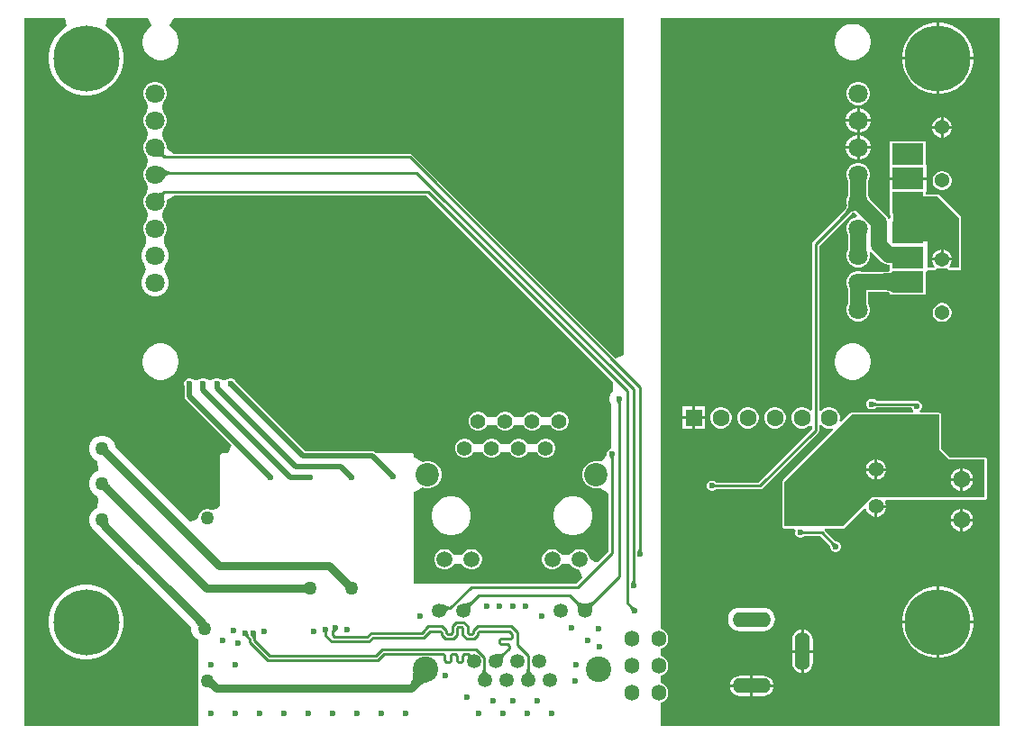
<source format=gbl>
G04*
G04 #@! TF.GenerationSoftware,Altium Limited,Altium Designer,21.9.2 (33)*
G04*
G04 Layer_Physical_Order=4*
G04 Layer_Color=16711680*
%FSLAX25Y25*%
%MOIN*%
G70*
G04*
G04 #@! TF.SameCoordinates,BD73D3CE-375B-4955-ABE2-F62562662B61*
G04*
G04*
G04 #@! TF.FilePolarity,Positive*
G04*
G01*
G75*
%ADD13C,0.01000*%
%ADD15C,0.03150*%
%ADD67C,0.05906*%
%ADD72C,0.06299*%
%ADD83C,0.01968*%
%ADD87C,0.05906*%
%ADD90C,0.07087*%
%ADD91O,0.05512X0.14173*%
%ADD92O,0.14173X0.05512*%
%ADD93C,0.06300*%
%ADD94C,0.05512*%
%ADD95C,0.05400*%
%ADD96O,0.05512X0.06000*%
%ADD97R,0.06299X0.06299*%
%ADD98C,0.08661*%
%ADD99C,0.09449*%
%ADD100C,0.05315*%
%ADD102C,0.02402*%
%ADD103C,0.02362*%
%ADD104C,0.05000*%
%ADD106R,0.11811X0.07874*%
%ADD107C,0.24410*%
G36*
X222441Y138255D02*
X219531Y137050D01*
X148598Y207982D01*
Y207982D01*
X148598D01*
X144235Y212346D01*
X143809Y212630D01*
X143307Y212730D01*
X142551D01*
X56265D01*
X53465Y214450D01*
Y215590D01*
X53169Y216691D01*
X52599Y217679D01*
X52063Y218215D01*
X51917Y220020D01*
X52063Y221825D01*
X52599Y222361D01*
X53169Y223348D01*
X53465Y224450D01*
Y225590D01*
X53169Y226691D01*
X52599Y227679D01*
X52063Y228215D01*
X51917Y230020D01*
X52063Y231825D01*
X52599Y232361D01*
X53169Y233348D01*
X53465Y234450D01*
Y235590D01*
X53169Y236691D01*
X52599Y237679D01*
X51793Y238485D01*
X50805Y239055D01*
X49704Y239350D01*
X48564D01*
X47462Y239055D01*
X46475Y238485D01*
X45668Y237679D01*
X45098Y236691D01*
X44803Y235590D01*
Y234450D01*
X45098Y233348D01*
X45668Y232361D01*
X46204Y231825D01*
X46350Y230020D01*
X46204Y228215D01*
X45668Y227679D01*
X45098Y226691D01*
X44803Y225590D01*
Y224450D01*
X45098Y223348D01*
X45668Y222361D01*
X46204Y221825D01*
X46350Y220020D01*
X46204Y218215D01*
X45668Y217679D01*
X45098Y216691D01*
X44803Y215590D01*
Y214450D01*
X45098Y213348D01*
X45668Y212361D01*
X46204Y211825D01*
X46350Y210020D01*
X46204Y208215D01*
X45668Y207679D01*
X45098Y206691D01*
X44803Y205590D01*
Y204450D01*
X45098Y203348D01*
X45668Y202361D01*
X46204Y201825D01*
X46350Y200020D01*
X46204Y198215D01*
X45668Y197679D01*
X45098Y196691D01*
X44803Y195590D01*
Y194450D01*
X45098Y193348D01*
X45668Y192361D01*
X46204Y191825D01*
X46350Y190020D01*
X46204Y188215D01*
X45668Y187679D01*
X45098Y186691D01*
X44803Y185590D01*
Y184450D01*
X45098Y183348D01*
X45580Y182514D01*
X45677Y182277D01*
X45908Y179949D01*
X45409Y178533D01*
X45038Y178162D01*
X44365Y176995D01*
X44016Y175694D01*
Y174346D01*
X44365Y173044D01*
X45038Y171877D01*
X45679Y170020D01*
X45038Y168162D01*
X44365Y166995D01*
X44016Y165693D01*
Y164346D01*
X44365Y163044D01*
X45038Y161877D01*
X45991Y160924D01*
X47158Y160250D01*
X48460Y159902D01*
X49808D01*
X51109Y160250D01*
X52276Y160924D01*
X53229Y161877D01*
X53903Y163044D01*
X54252Y164346D01*
Y165693D01*
X53903Y166995D01*
X53229Y168162D01*
X52588Y170020D01*
X53229Y171877D01*
X53903Y173044D01*
X54252Y174346D01*
Y175694D01*
X53903Y176995D01*
X53229Y178162D01*
X52859Y178533D01*
X52359Y179949D01*
X52591Y182277D01*
X52688Y182514D01*
X53169Y183348D01*
X53465Y184450D01*
Y185590D01*
X53169Y186691D01*
X52599Y187679D01*
X52063Y188215D01*
X51917Y190020D01*
X52063Y191825D01*
X52599Y192361D01*
X53169Y193348D01*
X53465Y194450D01*
Y195590D01*
X56317Y197113D01*
X149456D01*
X149981Y196588D01*
X218375Y128194D01*
X218458Y127960D01*
X218584Y124840D01*
X217924Y124180D01*
X217458Y123373D01*
X217216Y122471D01*
Y121538D01*
X217458Y120637D01*
X217873Y119919D01*
Y103698D01*
X217719Y103543D01*
X217719Y103543D01*
X217160Y103312D01*
X216995Y103244D01*
Y103244D01*
X216441Y102690D01*
X216142Y101966D01*
X216142Y101966D01*
X216142Y101183D01*
X214688Y99260D01*
X214662Y99237D01*
X213648Y98825D01*
X212938Y99016D01*
X211590D01*
X210288Y98667D01*
X209121Y97993D01*
X208168Y97040D01*
X207494Y95873D01*
X207146Y94571D01*
Y93224D01*
X207494Y91922D01*
X208168Y90755D01*
X209121Y89802D01*
X210288Y89128D01*
X211590Y88779D01*
X212938D01*
X213648Y88970D01*
X215510Y88056D01*
X216798Y86968D01*
Y65504D01*
X212763Y61470D01*
X211822Y61668D01*
X209744Y62905D01*
Y63091D01*
X209489Y64042D01*
X208997Y64895D01*
X208300Y65591D01*
X207448Y66084D01*
X206496Y66339D01*
X205511D01*
X204560Y66084D01*
X203707Y65591D01*
X203035Y64944D01*
X202261Y64199D01*
X199708D01*
X198934Y64944D01*
X198261Y65591D01*
X197408Y66084D01*
X196457Y66339D01*
X195472D01*
X194521Y66084D01*
X193668Y65591D01*
X192972Y64895D01*
X192479Y64042D01*
X192224Y63091D01*
Y62106D01*
X192479Y61155D01*
X192972Y60302D01*
X193668Y59606D01*
X194521Y59113D01*
X195472Y58858D01*
X196457D01*
X197408Y59113D01*
X198261Y59606D01*
X198934Y60253D01*
X199708Y60998D01*
X202261D01*
X203035Y60253D01*
X203707Y59606D01*
X204560Y59113D01*
X205511Y58858D01*
X205697D01*
X206934Y56780D01*
X207133Y55840D01*
X204968Y53675D01*
X166053D01*
X165551Y53575D01*
X165504Y53543D01*
X144897D01*
Y87440D01*
X144981Y87544D01*
X147965Y89128D01*
X149267Y88779D01*
X150615D01*
X151917Y89128D01*
X153084Y89802D01*
X154036Y90755D01*
X154710Y91922D01*
X155059Y93224D01*
Y94571D01*
X154710Y95873D01*
X154036Y97040D01*
X153084Y97993D01*
X151917Y98667D01*
X150615Y99016D01*
X149267D01*
X147965Y98667D01*
X144981Y100251D01*
X144897Y100355D01*
Y101083D01*
X144836Y101390D01*
X144662Y101650D01*
X144402Y101824D01*
X144095Y101885D01*
X130984D01*
X130805Y102065D01*
X130219Y102456D01*
X129528Y102594D01*
X104685D01*
X81865Y125414D01*
X81865Y125414D01*
X78996Y128283D01*
X78834Y128674D01*
X78834Y128674D01*
X78406Y129102D01*
X78280Y129228D01*
X78280D01*
X77557Y129527D01*
X77557Y129528D01*
X77557Y129528D01*
X76774Y129528D01*
X76774Y129528D01*
X76050Y129228D01*
X74606Y128885D01*
X73162Y129228D01*
X73148Y129234D01*
X72439Y129528D01*
X72261Y129528D01*
X71656Y129528D01*
X71491Y129459D01*
X70932Y129228D01*
X69488Y128885D01*
X68044Y129228D01*
X68030Y129234D01*
X67321Y129528D01*
X67142Y129528D01*
X66538Y129528D01*
X66373Y129459D01*
X65814Y129228D01*
X64370Y128885D01*
X62926Y129228D01*
X62203Y129528D01*
X62203Y129528D01*
X62024D01*
X62024D01*
X61419Y129528D01*
X61419Y129528D01*
X61255Y129459D01*
X61255D01*
X60696Y129228D01*
X60696D01*
X60696Y129228D01*
X60142Y128674D01*
X60142Y128674D01*
X59843Y127951D01*
X59842Y127951D01*
X59842Y127772D01*
X59842Y127772D01*
X59842Y127168D01*
X59842Y127167D01*
X59911Y127003D01*
Y127003D01*
X60005Y126776D01*
X60005Y126365D01*
Y122835D01*
X60142Y122143D01*
X60534Y121557D01*
X77296Y104795D01*
X76090Y101885D01*
X74016D01*
X73708Y101824D01*
X73448Y101650D01*
X73274Y101390D01*
X73213Y101083D01*
Y82347D01*
X71751Y81389D01*
X70063Y80848D01*
X69773Y81016D01*
X68937Y81240D01*
X68071D01*
X67235Y81016D01*
X66485Y80583D01*
X65873Y79971D01*
X65441Y79222D01*
X65216Y78386D01*
Y77924D01*
X64230Y77162D01*
X62245Y76442D01*
X34348Y104338D01*
X34058Y105420D01*
X33418Y106529D01*
X32513Y107434D01*
X31404Y108074D01*
X30168Y108405D01*
X28887D01*
X27651Y108074D01*
X26542Y107434D01*
X25637Y106529D01*
X24997Y105420D01*
X24665Y104183D01*
Y102903D01*
X24997Y101667D01*
X25637Y100558D01*
X26542Y99653D01*
X27651Y99013D01*
X28089Y95703D01*
X27862Y95139D01*
X27651Y95082D01*
X26542Y94442D01*
X25637Y93537D01*
X24997Y92428D01*
X24665Y91191D01*
Y89911D01*
X24997Y88674D01*
X25637Y87566D01*
X26542Y86660D01*
X27651Y86020D01*
X28016Y84792D01*
X27651Y81696D01*
X26542Y81056D01*
X25637Y80151D01*
X24997Y79042D01*
X24665Y77806D01*
Y76525D01*
X24997Y75289D01*
X25637Y74180D01*
X26542Y73275D01*
X27112Y72946D01*
X27645Y72251D01*
X62461Y37435D01*
Y36368D01*
X62792Y35131D01*
X63432Y34022D01*
X64337Y33117D01*
X64961Y32757D01*
Y803D01*
X803Y803D01*
X803Y262977D01*
X15664D01*
X16420Y259827D01*
X16400Y259817D01*
X14645Y258542D01*
X13112Y257008D01*
X11837Y255254D01*
X10852Y253321D01*
X10182Y251258D01*
X9843Y249116D01*
Y246947D01*
X10182Y244805D01*
X10852Y242742D01*
X11837Y240809D01*
X13112Y239055D01*
X14645Y237521D01*
X16400Y236246D01*
X18333Y235262D01*
X20395Y234591D01*
X22538Y234252D01*
X24706D01*
X26849Y234591D01*
X28912Y235262D01*
X30844Y236246D01*
X32599Y237521D01*
X34133Y239055D01*
X35407Y240809D01*
X36392Y242742D01*
X37062Y244805D01*
X37402Y246947D01*
Y249116D01*
X37062Y251258D01*
X36392Y253321D01*
X35407Y255254D01*
X34133Y257008D01*
X32599Y258542D01*
X30844Y259817D01*
X30824Y259827D01*
X31580Y262977D01*
X46300D01*
X47847Y260158D01*
X47802Y259827D01*
X46915Y259234D01*
X45982Y258302D01*
X45250Y257206D01*
X44745Y255988D01*
X44488Y254695D01*
Y253376D01*
X44745Y252083D01*
X45250Y250865D01*
X45982Y249769D01*
X46915Y248837D01*
X48011Y248104D01*
X49229Y247600D01*
X50522Y247342D01*
X51840D01*
X53133Y247600D01*
X54351Y248104D01*
X55448Y248837D01*
X56380Y249769D01*
X57112Y250865D01*
X57617Y252083D01*
X57874Y253376D01*
Y254695D01*
X57617Y255988D01*
X57112Y257206D01*
X56380Y258302D01*
X55448Y259234D01*
X54560Y259827D01*
X54515Y260158D01*
X56062Y262977D01*
X222441D01*
Y138255D01*
D02*
G37*
G36*
X52505Y213856D02*
X52468Y213578D01*
X52457Y213312D01*
X52471Y213057D01*
X52510Y212814D01*
X52575Y212582D01*
X52666Y212362D01*
X52781Y212153D01*
X52923Y211956D01*
X53090Y211771D01*
X52383Y211064D01*
X52197Y211231D01*
X52000Y211372D01*
X51792Y211488D01*
X51572Y211578D01*
X51340Y211643D01*
X51097Y211683D01*
X50842Y211697D01*
X50576Y211685D01*
X50298Y211648D01*
X50008Y211586D01*
X52568Y214145D01*
X52505Y213856D01*
D02*
G37*
G36*
X51625Y207615D02*
X53269Y206643D01*
X53600Y206486D01*
X53898Y206365D01*
X54163Y206278D01*
X54397Y206226D01*
X54598Y206209D01*
X54798Y205209D01*
X54536Y205187D01*
X54272Y205123D01*
X54007Y205017D01*
X53740Y204868D01*
X53470Y204676D01*
X53200Y204442D01*
X52927Y204165D01*
X52653Y203846D01*
X52376Y203483D01*
X52098Y203079D01*
X51134Y207945D01*
X51625Y207615D01*
D02*
G37*
G36*
X52893Y198072D02*
X52743Y197908D01*
X52617Y197740D01*
X52514Y197567D01*
X52435Y197391D01*
X52380Y197210D01*
X52348Y197026D01*
X52340Y196836D01*
X52356Y196643D01*
X52396Y196446D01*
X52459Y196245D01*
X50359Y198345D01*
X50560Y198281D01*
X50757Y198242D01*
X50951Y198226D01*
X51140Y198234D01*
X51324Y198266D01*
X51505Y198321D01*
X51682Y198400D01*
X51854Y198502D01*
X52022Y198629D01*
X52186Y198779D01*
X52893Y198072D01*
D02*
G37*
G36*
X221525Y121094D02*
X221469Y121021D01*
X221420Y120943D01*
X221377Y120858D01*
X221341Y120767D01*
X221312Y120671D01*
X221289Y120569D01*
X221273Y120460D01*
X221263Y120346D01*
X221260Y120226D01*
X220260D01*
X220257Y120346D01*
X220247Y120460D01*
X220230Y120569D01*
X220208Y120671D01*
X220178Y120767D01*
X220142Y120858D01*
X220100Y120943D01*
X220051Y121021D01*
X219995Y121094D01*
X219933Y121161D01*
X221587D01*
X221525Y121094D01*
D02*
G37*
G36*
X32037Y103461D02*
X32068Y103388D01*
X32121Y103299D01*
X32194Y103193D01*
X32288Y103072D01*
X32540Y102781D01*
X33075Y102223D01*
X30848Y99996D01*
X30646Y100196D01*
X29877Y100877D01*
X29772Y100950D01*
X29683Y101002D01*
X29610Y101033D01*
X29553Y101043D01*
X32027Y103518D01*
X32037Y103461D01*
D02*
G37*
G36*
X218875Y100664D02*
X218819Y100591D01*
X218770Y100513D01*
X218728Y100428D01*
X218692Y100337D01*
X218663Y100241D01*
X218640Y100138D01*
X218623Y100030D01*
X218614Y99916D01*
X218610Y99796D01*
X217610D01*
X217607Y99916D01*
X217597Y100030D01*
X217581Y100138D01*
X217558Y100241D01*
X217529Y100337D01*
X217493Y100428D01*
X217450Y100513D01*
X217401Y100591D01*
X217346Y100664D01*
X217284Y100731D01*
X218937D01*
X218875Y100664D01*
D02*
G37*
G36*
X32037Y90469D02*
X32068Y90396D01*
X32121Y90307D01*
X32194Y90201D01*
X32288Y90080D01*
X32540Y89789D01*
X33075Y89231D01*
X30848Y87004D01*
X30646Y87203D01*
X29877Y87885D01*
X29772Y87958D01*
X29683Y88010D01*
X29610Y88041D01*
X29553Y88051D01*
X32027Y90526D01*
X32037Y90469D01*
D02*
G37*
G36*
X31863Y76235D02*
X31874Y76148D01*
X31909Y76047D01*
X31966Y75932D01*
X32047Y75802D01*
X32151Y75659D01*
X32429Y75327D01*
X32800Y74939D01*
X30550Y72734D01*
X28716Y74801D01*
X31876Y76307D01*
X31863Y76235D01*
D02*
G37*
G36*
X228850Y66226D02*
X228859Y66111D01*
X228876Y66003D01*
X228899Y65901D01*
X228928Y65804D01*
X228964Y65714D01*
X229007Y65629D01*
X229056Y65550D01*
X229111Y65477D01*
X229173Y65410D01*
X227520D01*
X227582Y65477D01*
X227637Y65550D01*
X227686Y65629D01*
X227729Y65714D01*
X227765Y65804D01*
X227794Y65901D01*
X227817Y66003D01*
X227833Y66111D01*
X227843Y66226D01*
X227847Y66346D01*
X228847D01*
X228850Y66226D01*
D02*
G37*
G36*
X226487Y54415D02*
X226497Y54300D01*
X226514Y54192D01*
X226536Y54090D01*
X226566Y53993D01*
X226602Y53903D01*
X226644Y53818D01*
X226693Y53739D01*
X226749Y53666D01*
X226811Y53599D01*
X225157D01*
X225220Y53666D01*
X225275Y53739D01*
X225324Y53818D01*
X225367Y53903D01*
X225403Y53993D01*
X225432Y54090D01*
X225455Y54192D01*
X225471Y54300D01*
X225481Y54415D01*
X225484Y54535D01*
X226484D01*
X226487Y54415D01*
D02*
G37*
G36*
X211437Y46320D02*
X211306Y46170D01*
X211190Y45996D01*
X211087Y45798D01*
X210999Y45575D01*
X210925Y45328D01*
X210865Y45057D01*
X210820Y44761D01*
X210788Y44441D01*
X210768Y43727D01*
X208137Y46358D01*
X208506Y46361D01*
X209170Y46410D01*
X209466Y46456D01*
X209737Y46516D01*
X209984Y46590D01*
X210207Y46678D01*
X210406Y46780D01*
X210580Y46897D01*
X210730Y47027D01*
X211437Y46320D01*
D02*
G37*
G36*
X205641Y46897D02*
X205815Y46780D01*
X206013Y46678D01*
X206236Y46590D01*
X206483Y46516D01*
X206755Y46456D01*
X207050Y46410D01*
X207370Y46379D01*
X208084Y46358D01*
X205453Y43727D01*
X205450Y44096D01*
X205401Y44761D01*
X205355Y45057D01*
X205295Y45328D01*
X205221Y45575D01*
X205133Y45798D01*
X205031Y45996D01*
X204914Y46170D01*
X204784Y46320D01*
X205491Y47027D01*
X205641Y46897D01*
D02*
G37*
G36*
X166437Y46320D02*
X166306Y46170D01*
X166190Y45996D01*
X166087Y45798D01*
X165999Y45575D01*
X165925Y45328D01*
X165866Y45057D01*
X165820Y44761D01*
X165788Y44441D01*
X165768Y43727D01*
X163137Y46358D01*
X163506Y46361D01*
X164170Y46410D01*
X164466Y46456D01*
X164737Y46516D01*
X164985Y46590D01*
X165207Y46678D01*
X165406Y46780D01*
X165580Y46897D01*
X165730Y47027D01*
X166437Y46320D01*
D02*
G37*
G36*
X225561Y45230D02*
X225649Y45156D01*
X225737Y45091D01*
X225825Y45035D01*
X225914Y44987D01*
X226004Y44949D01*
X226094Y44919D01*
X226184Y44898D01*
X226275Y44885D01*
X226366Y44882D01*
X225197Y43713D01*
X225193Y43804D01*
X225181Y43895D01*
X225160Y43985D01*
X225130Y44075D01*
X225092Y44164D01*
X225044Y44254D01*
X224988Y44342D01*
X224923Y44430D01*
X224849Y44518D01*
X224767Y44605D01*
X225474Y45312D01*
X225561Y45230D01*
D02*
G37*
G36*
X155676Y45884D02*
X157222Y45226D01*
X157449Y45155D01*
X157650Y45105D01*
X157824Y45074D01*
X157970Y45064D01*
X158255Y44064D01*
X158050Y44049D01*
X157851Y44004D01*
X157658Y43929D01*
X157472Y43823D01*
X157293Y43688D01*
X157120Y43522D01*
X156954Y43326D01*
X156794Y43100D01*
X156641Y42844D01*
X156494Y42558D01*
X155285Y46077D01*
X155676Y45884D01*
D02*
G37*
G36*
X68134Y39373D02*
X64975Y37867D01*
X64987Y37939D01*
X64976Y38025D01*
X64942Y38126D01*
X64884Y38241D01*
X64803Y38371D01*
X64699Y38515D01*
X64421Y38846D01*
X64051Y39234D01*
X66300Y41439D01*
X68134Y39373D01*
D02*
G37*
G36*
X116149Y36046D02*
X116065Y36024D01*
X115981Y35996D01*
X115897Y35961D01*
X115812Y35918D01*
X115727Y35870D01*
X115642Y35814D01*
X115556Y35751D01*
X115384Y35605D01*
X115298Y35522D01*
X114412Y36050D01*
X114495Y36139D01*
X114567Y36227D01*
X114628Y36315D01*
X114678Y36403D01*
X114717Y36491D01*
X114746Y36578D01*
X114763Y36666D01*
X114770Y36753D01*
X114766Y36841D01*
X114751Y36928D01*
X116149Y36046D01*
D02*
G37*
G36*
X112949Y35985D02*
X112909Y35906D01*
X112874Y35821D01*
X112844Y35732D01*
X112819Y35637D01*
X112798Y35537D01*
X112782Y35432D01*
X112763Y35208D01*
X112761Y35088D01*
X111761Y34835D01*
X111757Y34956D01*
X111745Y35069D01*
X111726Y35175D01*
X111700Y35272D01*
X111665Y35362D01*
X111624Y35444D01*
X111574Y35519D01*
X111517Y35585D01*
X111452Y35644D01*
X111380Y35695D01*
X112993Y36060D01*
X112949Y35985D01*
D02*
G37*
G36*
X83734Y34741D02*
X83730Y34653D01*
X83736Y34566D01*
X83754Y34478D01*
X83783Y34391D01*
X83822Y34303D01*
X83872Y34215D01*
X83933Y34127D01*
X84005Y34039D01*
X84088Y33950D01*
X83202Y33422D01*
X83116Y33505D01*
X82944Y33651D01*
X82858Y33714D01*
X82773Y33770D01*
X82688Y33818D01*
X82603Y33860D01*
X82519Y33896D01*
X82435Y33924D01*
X82351Y33946D01*
X83749Y34828D01*
X83734Y34741D01*
D02*
G37*
G36*
X86411Y34385D02*
X86371Y34306D01*
X86336Y34221D01*
X86306Y34132D01*
X86281Y34037D01*
X86260Y33937D01*
X86244Y33832D01*
X86225Y33608D01*
X86223Y33488D01*
X85223Y33235D01*
X85219Y33356D01*
X85208Y33469D01*
X85189Y33575D01*
X85162Y33672D01*
X85128Y33762D01*
X85086Y33844D01*
X85036Y33919D01*
X84979Y33985D01*
X84914Y34044D01*
X84842Y34095D01*
X86455Y34460D01*
X86411Y34385D01*
D02*
G37*
G36*
X165217Y27723D02*
X165350Y27613D01*
X165482Y27520D01*
X165614Y27443D01*
X165744Y27384D01*
X165873Y27340D01*
X166001Y27314D01*
X166128Y27305D01*
X166254Y27312D01*
X166378Y27336D01*
X164684Y25979D01*
X164733Y26092D01*
X164764Y26206D01*
X164778Y26321D01*
X164774Y26436D01*
X164752Y26552D01*
X164712Y26669D01*
X164654Y26786D01*
X164579Y26904D01*
X164486Y27023D01*
X164375Y27143D01*
X165082Y27850D01*
X165217Y27723D01*
D02*
G37*
G36*
X178405Y27383D02*
X178275Y27233D01*
X178158Y27059D01*
X178056Y26861D01*
X177968Y26638D01*
X177894Y26391D01*
X177834Y26120D01*
X177788Y25824D01*
X177757Y25504D01*
X177736Y24790D01*
X175105Y27421D01*
X175474Y27424D01*
X176139Y27473D01*
X176434Y27519D01*
X176706Y27579D01*
X176953Y27653D01*
X177176Y27741D01*
X177374Y27843D01*
X177548Y27960D01*
X177698Y28090D01*
X178405Y27383D01*
D02*
G37*
G36*
X187640Y21762D02*
X187680Y21557D01*
X187748Y21344D01*
X187844Y21124D01*
X187966Y20897D01*
X188116Y20663D01*
X188293Y20421D01*
X188496Y20173D01*
X188986Y19654D01*
X185266D01*
X185524Y19917D01*
X185959Y20421D01*
X186136Y20663D01*
X186286Y20897D01*
X186408Y21124D01*
X186504Y21344D01*
X186572Y21557D01*
X186612Y21762D01*
X186626Y21960D01*
X187626D01*
X187640Y21762D01*
D02*
G37*
G36*
X171323Y21791D02*
X171366Y21582D01*
X171437Y21371D01*
X171537Y21158D01*
X171665Y20942D01*
X171821Y20723D01*
X172006Y20502D01*
X172220Y20278D01*
X172462Y20052D01*
X172733Y19823D01*
X169030Y19467D01*
X169273Y19765D01*
X169682Y20324D01*
X169848Y20586D01*
X169989Y20835D01*
X170104Y21072D01*
X170194Y21297D01*
X170257Y21509D01*
X170296Y21710D01*
X170309Y21899D01*
X171309Y21996D01*
X171323Y21791D01*
D02*
G37*
G36*
X150050Y17145D02*
X149571Y17034D01*
X148670Y16753D01*
X148248Y16583D01*
X147845Y16393D01*
X147460Y16183D01*
X147095Y15953D01*
X146748Y15704D01*
X146421Y15434D01*
X146112Y15145D01*
X143369Y16856D01*
X143673Y17188D01*
X143935Y17532D01*
X144154Y17888D01*
X144330Y18256D01*
X144463Y18637D01*
X144553Y19030D01*
X144601Y19435D01*
X144606Y19852D01*
X144568Y20282D01*
X144488Y20723D01*
X150050Y17145D01*
D02*
G37*
G36*
X70995Y18018D02*
X71029Y17970D01*
X71084Y17904D01*
X71374Y17587D01*
X72053Y16895D01*
X70244Y14250D01*
X70043Y14448D01*
X69382Y15021D01*
X69253Y15110D01*
X69138Y15176D01*
X69039Y15221D01*
X68954Y15244D01*
X68883Y15245D01*
X70982Y18046D01*
X70995Y18018D01*
D02*
G37*
G36*
X361402Y803D02*
X236221Y803D01*
Y9530D01*
X236240Y9532D01*
X237102Y9889D01*
X237842Y10457D01*
X238410Y11197D01*
X238767Y12059D01*
X238889Y12984D01*
Y13473D01*
X238767Y14397D01*
X238410Y15259D01*
X237842Y16000D01*
X237102Y16567D01*
X236240Y16925D01*
X236221Y16927D01*
Y19530D01*
X236240Y19532D01*
X237102Y19889D01*
X237842Y20457D01*
X238410Y21197D01*
X238767Y22059D01*
X238889Y22984D01*
Y23472D01*
X238767Y24397D01*
X238410Y25259D01*
X237842Y26000D01*
X237102Y26568D01*
X236240Y26924D01*
X236221Y26927D01*
Y29530D01*
X236240Y29532D01*
X237102Y29889D01*
X237842Y30457D01*
X238410Y31197D01*
X238767Y32059D01*
X238889Y32984D01*
Y33472D01*
X238767Y34397D01*
X238410Y35259D01*
X237842Y36000D01*
X237102Y36568D01*
X236240Y36924D01*
X236221Y36927D01*
Y262977D01*
X361402D01*
X361402Y803D01*
D02*
G37*
%LPC*%
G36*
X51840Y142421D02*
X50522D01*
X49229Y142164D01*
X48011Y141659D01*
X46915Y140927D01*
X45982Y139995D01*
X45250Y138899D01*
X44745Y137681D01*
X44488Y136388D01*
Y135069D01*
X44745Y133776D01*
X45250Y132558D01*
X45982Y131462D01*
X46915Y130530D01*
X48011Y129797D01*
X49229Y129293D01*
X50522Y129035D01*
X51840D01*
X53133Y129293D01*
X54351Y129797D01*
X55448Y130530D01*
X56380Y131462D01*
X57112Y132558D01*
X57617Y133776D01*
X57874Y135069D01*
Y136388D01*
X57617Y137681D01*
X57112Y138899D01*
X56380Y139995D01*
X55448Y140927D01*
X54351Y141659D01*
X53133Y142164D01*
X51840Y142421D01*
D02*
G37*
G36*
X199068Y117283D02*
X198136D01*
X197234Y117042D01*
X196426Y116576D01*
X195767Y115916D01*
X195564Y115565D01*
X195564Y115565D01*
X195351Y115298D01*
X194723Y115164D01*
X192481D01*
X191853Y115298D01*
X191640Y115565D01*
X191640Y115565D01*
X191437Y115916D01*
X190778Y116576D01*
X189970Y117042D01*
X189068Y117283D01*
X188136D01*
X187234Y117042D01*
X186426Y116576D01*
X185767Y115916D01*
X185564Y115565D01*
X185564Y115565D01*
X185351Y115298D01*
X184723Y115164D01*
X182481D01*
X181853Y115298D01*
X181640Y115565D01*
X181640Y115565D01*
X181438Y115916D01*
X180778Y116576D01*
X179970Y117042D01*
X179069Y117283D01*
X178136D01*
X177235Y117042D01*
X176427Y116576D01*
X175767Y115916D01*
X175565Y115565D01*
X175565Y115565D01*
X175351Y115298D01*
X174723Y115164D01*
X172481D01*
X171853Y115298D01*
X171640Y115565D01*
X171640Y115565D01*
X171437Y115916D01*
X170778Y116576D01*
X169970Y117042D01*
X169069Y117283D01*
X168136D01*
X167234Y117042D01*
X166426Y116576D01*
X165767Y115916D01*
X165300Y115108D01*
X165059Y114207D01*
Y113274D01*
X165300Y112373D01*
X165767Y111565D01*
X166426Y110905D01*
X167234Y110438D01*
X168136Y110197D01*
X169069D01*
X169970Y110438D01*
X170778Y110905D01*
X171437Y111565D01*
X171640Y111915D01*
X171640Y111915D01*
X171853Y112182D01*
X172481Y112316D01*
X174723D01*
X175300Y112193D01*
X175767Y111565D01*
X176427Y110905D01*
X176427Y110905D01*
X177235Y110438D01*
X177235Y110438D01*
X177619Y110335D01*
X178136Y110197D01*
X179069D01*
X179970Y110438D01*
X179970Y110438D01*
X180778Y110905D01*
X180778Y110905D01*
X181438Y111565D01*
X181905Y112194D01*
X182481Y112316D01*
X184723D01*
X185299Y112194D01*
X185767Y111565D01*
X186426Y110905D01*
X186426Y110905D01*
X187234Y110438D01*
X187234Y110438D01*
X187619Y110335D01*
X188136Y110197D01*
X189068D01*
X189970Y110438D01*
X189970Y110438D01*
X190778Y110905D01*
X190778Y110905D01*
X191437Y111565D01*
X191905Y112194D01*
X192481Y112316D01*
X194723D01*
X195299Y112194D01*
X195767Y111565D01*
X196426Y110905D01*
X196426Y110905D01*
X197234Y110438D01*
X197234Y110438D01*
X197619Y110335D01*
X198136Y110197D01*
X199068D01*
X199970Y110438D01*
X200778Y110905D01*
X201437Y111565D01*
X201904Y112373D01*
X202145Y113274D01*
Y114207D01*
X201904Y115108D01*
X201437Y115916D01*
X200778Y116576D01*
X199970Y117042D01*
X199068Y117283D01*
D02*
G37*
G36*
X194069Y107283D02*
X193136D01*
X192234Y107042D01*
X192234Y107042D01*
X191426Y106576D01*
X191426Y106575D01*
X190767Y105916D01*
X190299Y105287D01*
X189723Y105164D01*
X188209D01*
X187302Y105202D01*
X186853Y105298D01*
X186640Y105565D01*
X186640Y105565D01*
X186437Y105916D01*
X185778Y106576D01*
X184970Y107042D01*
X184069Y107283D01*
X183136D01*
X182234Y107042D01*
X181426Y106576D01*
X180767Y105916D01*
X180564Y105565D01*
X180564Y105565D01*
X180351Y105298D01*
X179723Y105164D01*
X177481D01*
X176853Y105298D01*
X176640Y105565D01*
X176640Y105565D01*
X176437Y105916D01*
X175778Y106576D01*
X174970Y107042D01*
X174068Y107283D01*
X173136D01*
X172234Y107042D01*
X171426Y106576D01*
X170767Y105916D01*
X170564Y105565D01*
X170564Y105565D01*
X170351Y105298D01*
X169723Y105164D01*
X167481D01*
X166853Y105298D01*
X166640Y105565D01*
X166640Y105565D01*
X166437Y105916D01*
X165778Y106576D01*
X164970Y107042D01*
X164068Y107283D01*
X163136D01*
X162234Y107042D01*
X161426Y106576D01*
X160767Y105916D01*
X160300Y105108D01*
X160059Y104207D01*
Y103274D01*
X160300Y102373D01*
X160767Y101565D01*
X161426Y100905D01*
X162234Y100438D01*
X163136Y100197D01*
X164068D01*
X164970Y100438D01*
X164970Y100438D01*
X165778Y100905D01*
X165778Y100905D01*
X166437Y101565D01*
X166905Y102193D01*
X167481Y102316D01*
X169723D01*
X170351Y102182D01*
X170564Y101915D01*
X170564Y101915D01*
X170767Y101565D01*
X171426Y100905D01*
X172234Y100438D01*
X173136Y100197D01*
X174068D01*
X174970Y100438D01*
X175778Y100905D01*
X176437Y101565D01*
X176640Y101915D01*
X176640Y101915D01*
X176853Y102182D01*
X177481Y102316D01*
X179723D01*
X180299Y102193D01*
X180767Y101565D01*
X181426Y100905D01*
X181426Y100905D01*
X182234Y100438D01*
X182234Y100438D01*
X182619Y100335D01*
X183136Y100197D01*
X184069D01*
X184970Y100438D01*
X185778Y100905D01*
X186437Y101565D01*
X186640Y101915D01*
X186640Y101915D01*
X186853Y102182D01*
X187481Y102316D01*
X189723D01*
X190299Y102193D01*
X190767Y101565D01*
X191426Y100905D01*
X191426Y100905D01*
X192234Y100438D01*
X192234Y100438D01*
X192619Y100335D01*
X193136Y100197D01*
X194069D01*
X194970Y100438D01*
X195778Y100905D01*
X196437Y101565D01*
X196904Y102373D01*
X197145Y103274D01*
Y104207D01*
X196904Y105108D01*
X196437Y105916D01*
X195778Y106576D01*
X194970Y107042D01*
X194069Y107283D01*
D02*
G37*
G36*
X204310Y85925D02*
X202895D01*
X201507Y85649D01*
X200199Y85107D01*
X199022Y84321D01*
X198021Y83320D01*
X197235Y82143D01*
X196693Y80836D01*
X196417Y79448D01*
Y78032D01*
X196693Y76644D01*
X197235Y75337D01*
X198021Y74160D01*
X199022Y73159D01*
X200199Y72373D01*
X201507Y71831D01*
X202895Y71555D01*
X204310D01*
X205698Y71831D01*
X207006Y72373D01*
X208183Y73159D01*
X209183Y74160D01*
X209970Y75337D01*
X210511Y76644D01*
X210787Y78032D01*
Y79448D01*
X210511Y80836D01*
X209970Y82143D01*
X209183Y83320D01*
X208183Y84321D01*
X207006Y85107D01*
X205698Y85649D01*
X204310Y85925D01*
D02*
G37*
G36*
X159310D02*
X157895D01*
X156507Y85649D01*
X155199Y85107D01*
X154022Y84321D01*
X153021Y83320D01*
X152235Y82143D01*
X151693Y80836D01*
X151417Y79448D01*
Y78032D01*
X151693Y76644D01*
X152235Y75337D01*
X153021Y74160D01*
X154022Y73159D01*
X155199Y72373D01*
X156507Y71831D01*
X157895Y71555D01*
X159310D01*
X160698Y71831D01*
X162006Y72373D01*
X163183Y73159D01*
X164183Y74160D01*
X164970Y75337D01*
X165511Y76644D01*
X165787Y78032D01*
Y79448D01*
X165511Y80836D01*
X164970Y82143D01*
X164183Y83320D01*
X163183Y84321D01*
X162006Y85107D01*
X160698Y85649D01*
X159310Y85925D01*
D02*
G37*
G36*
X166733Y66339D02*
X165748D01*
X164796Y66084D01*
X163944Y65591D01*
X163271Y64944D01*
X162497Y64199D01*
X159944D01*
X159170Y64944D01*
X158497Y65591D01*
X157644Y66084D01*
X156693Y66339D01*
X155708D01*
X154757Y66084D01*
X153904Y65591D01*
X153208Y64895D01*
X152716Y64042D01*
X152461Y63091D01*
Y62106D01*
X152716Y61155D01*
X153208Y60302D01*
X153904Y59606D01*
X154757Y59113D01*
X155708Y58858D01*
X156693D01*
X157644Y59113D01*
X158497Y59606D01*
X159170Y60253D01*
X159944Y60998D01*
X162497D01*
X163271Y60253D01*
X163944Y59606D01*
X164796Y59113D01*
X165748Y58858D01*
X166733D01*
X167684Y59113D01*
X168537Y59606D01*
X169233Y60302D01*
X169725Y61155D01*
X169980Y62106D01*
Y63091D01*
X169725Y64042D01*
X169233Y64895D01*
X168537Y65591D01*
X167684Y66084D01*
X166733Y66339D01*
D02*
G37*
G36*
X24706Y53150D02*
X22538D01*
X20395Y52810D01*
X18333Y52140D01*
X16400Y51155D01*
X14645Y49880D01*
X13112Y48347D01*
X11837Y46592D01*
X10852Y44660D01*
X10182Y42597D01*
X9843Y40455D01*
Y38286D01*
X10182Y36143D01*
X10852Y34081D01*
X11837Y32148D01*
X13112Y30393D01*
X14645Y28860D01*
X16400Y27585D01*
X18333Y26600D01*
X20395Y25930D01*
X22538Y25591D01*
X24706D01*
X26849Y25930D01*
X28912Y26600D01*
X30844Y27585D01*
X32599Y28860D01*
X34133Y30393D01*
X35407Y32148D01*
X36392Y34081D01*
X37062Y36143D01*
X37402Y38286D01*
Y40455D01*
X37062Y42597D01*
X36392Y44660D01*
X35407Y46592D01*
X34133Y48347D01*
X32599Y49880D01*
X30844Y51155D01*
X28912Y52140D01*
X26849Y52810D01*
X24706Y53150D01*
D02*
G37*
G36*
X339622Y261236D02*
X339083D01*
Y248532D01*
X351787D01*
Y249071D01*
X351462Y251124D01*
X350820Y253100D01*
X349876Y254952D01*
X348655Y256634D01*
X347185Y258103D01*
X345503Y259325D01*
X343652Y260269D01*
X341675Y260911D01*
X339622Y261236D01*
D02*
G37*
G36*
X338083D02*
X337543D01*
X335491Y260911D01*
X333514Y260269D01*
X331662Y259325D01*
X329980Y258103D01*
X328511Y256634D01*
X327289Y254952D01*
X326345Y253100D01*
X325703Y251124D01*
X325378Y249071D01*
Y248532D01*
X338083D01*
Y261236D01*
D02*
G37*
G36*
X307746Y260728D02*
X306427D01*
X305134Y260471D01*
X303916Y259967D01*
X302820Y259234D01*
X301888Y258302D01*
X301155Y257206D01*
X300651Y255988D01*
X300394Y254695D01*
Y253376D01*
X300651Y252083D01*
X301155Y250865D01*
X301888Y249769D01*
X302820Y248837D01*
X303916Y248104D01*
X305134Y247600D01*
X306427Y247342D01*
X307746D01*
X309039Y247600D01*
X310257Y248104D01*
X311353Y248837D01*
X312285Y249769D01*
X313018Y250865D01*
X313522Y252083D01*
X313779Y253376D01*
Y254695D01*
X313522Y255988D01*
X313018Y257206D01*
X312285Y258302D01*
X311353Y259234D01*
X310257Y259967D01*
X309039Y260471D01*
X307746Y260728D01*
D02*
G37*
G36*
X351787Y247532D02*
X339083D01*
Y234827D01*
X339622D01*
X341675Y235152D01*
X343652Y235794D01*
X345503Y236738D01*
X347185Y237960D01*
X348655Y239429D01*
X349876Y241111D01*
X350820Y242963D01*
X351462Y244939D01*
X351787Y246992D01*
Y247532D01*
D02*
G37*
G36*
X338083D02*
X325378D01*
Y246992D01*
X325703Y244939D01*
X326345Y242963D01*
X327289Y241111D01*
X328511Y239429D01*
X329980Y237960D01*
X331662Y236738D01*
X333514Y235794D01*
X335491Y235152D01*
X337543Y234827D01*
X338083D01*
Y247532D01*
D02*
G37*
G36*
X309704Y239350D02*
X308564D01*
X307462Y239055D01*
X306475Y238485D01*
X305668Y237679D01*
X305098Y236691D01*
X304803Y235590D01*
Y234450D01*
X305098Y233348D01*
X305668Y232361D01*
X306475Y231554D01*
X307462Y230984D01*
X308564Y230689D01*
X309704D01*
X310806Y230984D01*
X311793Y231554D01*
X312599Y232361D01*
X313169Y233348D01*
X313465Y234450D01*
Y235590D01*
X313169Y236691D01*
X312599Y237679D01*
X311793Y238485D01*
X310806Y239055D01*
X309704Y239350D01*
D02*
G37*
G36*
X309732Y229563D02*
X309634D01*
Y225520D01*
X313677D01*
Y225618D01*
X313368Y226773D01*
X312769Y227809D01*
X311924Y228655D01*
X310888Y229253D01*
X309732Y229563D01*
D02*
G37*
G36*
X308634D02*
X308536D01*
X307380Y229253D01*
X306344Y228655D01*
X305498Y227809D01*
X304900Y226773D01*
X304591Y225618D01*
Y225520D01*
X308634D01*
Y229563D01*
D02*
G37*
G36*
X340657Y226137D02*
Y222941D01*
X343854D01*
X343605Y223869D01*
X343118Y224713D01*
X342429Y225402D01*
X341586Y225889D01*
X340657Y226137D01*
D02*
G37*
G36*
X339657Y226137D02*
X338729Y225889D01*
X337886Y225402D01*
X337197Y224713D01*
X336710Y223869D01*
X336461Y222941D01*
X339657D01*
Y226137D01*
D02*
G37*
G36*
X313677Y224520D02*
X309634D01*
Y220476D01*
X309732D01*
X310888Y220786D01*
X311924Y221384D01*
X312769Y222230D01*
X313368Y223266D01*
X313677Y224422D01*
Y224520D01*
D02*
G37*
G36*
X308634D02*
X304591D01*
Y224422D01*
X304900Y223266D01*
X305498Y222230D01*
X306344Y221384D01*
X307380Y220786D01*
X308536Y220476D01*
X308634D01*
Y224520D01*
D02*
G37*
G36*
X343854Y221941D02*
X340657D01*
Y218744D01*
X341586Y218993D01*
X342429Y219480D01*
X343118Y220169D01*
X343605Y221013D01*
X343854Y221941D01*
D02*
G37*
G36*
X339657D02*
X336461D01*
X336710Y221013D01*
X337197Y220169D01*
X337886Y219480D01*
X338729Y218993D01*
X339657Y218744D01*
Y221941D01*
D02*
G37*
G36*
X309732Y219563D02*
X309634D01*
Y215520D01*
X313677D01*
Y215618D01*
X313368Y216773D01*
X312769Y217809D01*
X311924Y218655D01*
X310888Y219253D01*
X309732Y219563D01*
D02*
G37*
G36*
X308634D02*
X308536D01*
X307380Y219253D01*
X306344Y218655D01*
X305498Y217809D01*
X304900Y216773D01*
X304591Y215618D01*
Y215520D01*
X308634D01*
Y219563D01*
D02*
G37*
G36*
X313677Y214520D02*
X309634D01*
Y210476D01*
X309732D01*
X310888Y210786D01*
X311924Y211384D01*
X312769Y212230D01*
X313368Y213266D01*
X313677Y214422D01*
Y214520D01*
D02*
G37*
G36*
X308634D02*
X304591D01*
Y214422D01*
X304900Y213266D01*
X305498Y212230D01*
X306344Y211384D01*
X307380Y210786D01*
X308536Y210476D01*
X308634D01*
Y214520D01*
D02*
G37*
G36*
X334252Y217323D02*
X320866D01*
Y208480D01*
X320654D01*
Y204043D01*
X334465D01*
Y208480D01*
X334252D01*
Y217323D01*
D02*
G37*
G36*
X340617Y206243D02*
X339698D01*
X338811Y206006D01*
X338016Y205546D01*
X337367Y204897D01*
X336908Y204102D01*
X336670Y203215D01*
Y202297D01*
X336908Y201410D01*
X337367Y200615D01*
X338016Y199965D01*
X338811Y199506D01*
X339698Y199268D01*
X340617D01*
X341504Y199506D01*
X342299Y199965D01*
X342948Y200615D01*
X343407Y201410D01*
X343645Y202297D01*
Y203215D01*
X343407Y204102D01*
X342948Y204897D01*
X342299Y205546D01*
X341504Y206006D01*
X340617Y206243D01*
D02*
G37*
G36*
X309704Y209350D02*
X308564D01*
X307462Y209055D01*
X306475Y208485D01*
X305668Y207679D01*
X305098Y206691D01*
X304803Y205590D01*
Y204450D01*
X305098Y203348D01*
X305361Y202892D01*
Y197147D01*
X305098Y196691D01*
X304803Y195590D01*
Y194450D01*
X305001Y193709D01*
X304992Y193547D01*
X304942Y193163D01*
X304880Y192833D01*
X304811Y192710D01*
X304499Y192241D01*
X292379Y180121D01*
X292094Y179695D01*
X291995Y179193D01*
Y118073D01*
X291207Y117746D01*
X290843Y118111D01*
X289945Y118629D01*
X288944Y118898D01*
X287907D01*
X286906Y118629D01*
X286008Y118111D01*
X285275Y117378D01*
X284756Y116480D01*
X284488Y115479D01*
Y114442D01*
X284756Y113441D01*
X285275Y112543D01*
X286008Y111810D01*
X286906Y111292D01*
X287907Y111024D01*
X288944D01*
X289945Y111292D01*
X290843Y111810D01*
X291207Y112175D01*
X291995Y111849D01*
Y110780D01*
X272291Y91076D01*
X256589D01*
X256233Y91433D01*
X255510Y91732D01*
X254727D01*
X254003Y91433D01*
X253449Y90879D01*
X253150Y90155D01*
Y89372D01*
X253449Y88649D01*
X254003Y88095D01*
X254727Y87795D01*
X255510D01*
X256233Y88095D01*
X256589Y88451D01*
X272835D01*
X273337Y88551D01*
X273763Y88836D01*
X294235Y109308D01*
X294520Y109734D01*
X294620Y110236D01*
Y112129D01*
X294860Y112281D01*
X295407Y112411D01*
X296008Y111810D01*
X296906Y111292D01*
X297907Y111024D01*
X298943D01*
X299466Y111164D01*
X299873Y110458D01*
X281322Y91906D01*
X281148Y91646D01*
X281087Y91339D01*
Y74803D01*
X281148Y74496D01*
X281322Y74235D01*
X281582Y74061D01*
X281890Y74000D01*
X285542D01*
X285984Y73213D01*
X285827Y72833D01*
Y72049D01*
X286126Y71326D01*
X286680Y70772D01*
X287404Y70472D01*
X288187D01*
X288910Y70772D01*
X289267Y71128D01*
X295126D01*
X298819Y67435D01*
Y66931D01*
X299119Y66208D01*
X299672Y65654D01*
X300396Y65354D01*
X301179D01*
X301903Y65654D01*
X302456Y66208D01*
X302756Y66931D01*
Y67714D01*
X302456Y68438D01*
X301903Y68992D01*
X301179Y69291D01*
X300675D01*
X296754Y73213D01*
X296926Y73826D01*
X297051Y74000D01*
X303543D01*
X303851Y74061D01*
X304111Y74235D01*
X304111Y74235D01*
X311238Y81363D01*
X312117Y81128D01*
X312248Y80637D01*
X312743Y79780D01*
X313442Y79081D01*
X314298Y78587D01*
X315248Y78332D01*
Y82087D01*
X315748D01*
Y82587D01*
X319502D01*
X319248Y83536D01*
X319071Y83843D01*
X319526Y84630D01*
X355906Y84630D01*
X356213Y84691D01*
X356473Y84865D01*
X356647Y85126D01*
X356708Y85433D01*
Y99606D01*
X356647Y99914D01*
X356473Y100174D01*
X356213Y100348D01*
X355906Y100409D01*
X342852D01*
X339779Y103482D01*
Y116142D01*
X339718Y116449D01*
X339544Y116709D01*
X339284Y116883D01*
X338976Y116945D01*
X332175D01*
X332035Y117215D01*
X331933Y117732D01*
X332378Y118176D01*
X332677Y118900D01*
Y119683D01*
X332378Y120406D01*
X331824Y120960D01*
X331100Y121260D01*
X330317D01*
X330185Y121205D01*
X330055Y121291D01*
X329553Y121391D01*
X315645D01*
X315288Y121748D01*
X314565Y122047D01*
X313782D01*
X313058Y121748D01*
X312504Y121194D01*
X312205Y120470D01*
Y119687D01*
X312504Y118964D01*
X313058Y118410D01*
X313782Y118110D01*
X314565D01*
X315288Y118410D01*
X315645Y118766D01*
X328796D01*
X329040Y118176D01*
X329484Y117732D01*
X329382Y117215D01*
X329243Y116945D01*
X306693D01*
X306693Y116945D01*
X306386Y116883D01*
X306125Y116709D01*
X306125Y116709D01*
X302928Y113512D01*
X302222Y113920D01*
X302362Y114442D01*
Y115479D01*
X302094Y116480D01*
X301576Y117378D01*
X300843Y118111D01*
X299945Y118629D01*
X298943Y118898D01*
X297907D01*
X296906Y118629D01*
X296008Y118111D01*
X295407Y117510D01*
X294860Y117640D01*
X294620Y117792D01*
Y178649D01*
X306355Y190385D01*
X306825Y190697D01*
X306947Y190766D01*
X307277Y190828D01*
X307661Y190878D01*
X307824Y190887D01*
X307826Y190887D01*
X308638Y190074D01*
X308315Y189284D01*
X307462Y189055D01*
X306475Y188485D01*
X305668Y187679D01*
X305098Y186691D01*
X304803Y185590D01*
Y184450D01*
X305098Y183348D01*
X305361Y182892D01*
Y177147D01*
X305098Y176691D01*
X304803Y175590D01*
Y174450D01*
X305098Y173348D01*
X305668Y172361D01*
X306475Y171554D01*
X307462Y170984D01*
X308564Y170689D01*
X309704D01*
X310806Y170984D01*
X311793Y171554D01*
X312599Y172361D01*
X313169Y173348D01*
X313465Y174450D01*
Y175590D01*
X313324Y176114D01*
X314044Y176469D01*
X314262Y176186D01*
X317721Y172726D01*
X318502Y172127D01*
X319412Y171750D01*
X320389Y171621D01*
X320866D01*
Y169209D01*
X320574Y169109D01*
X320166Y169018D01*
X310870D01*
X310806Y169055D01*
X309704Y169350D01*
X308564D01*
X307462Y169055D01*
X306475Y168485D01*
X305668Y167679D01*
X305098Y166691D01*
X304803Y165590D01*
Y164450D01*
X305098Y163348D01*
X305361Y162892D01*
Y157147D01*
X305098Y156691D01*
X304803Y155590D01*
Y154450D01*
X305098Y153348D01*
X305668Y152361D01*
X306475Y151554D01*
X307462Y150984D01*
X308564Y150689D01*
X309704D01*
X310806Y150984D01*
X311793Y151554D01*
X312599Y152361D01*
X313169Y153348D01*
X313465Y154450D01*
Y155590D01*
X313169Y156691D01*
X312906Y157147D01*
Y161473D01*
X320491D01*
X320602Y161453D01*
X320866Y161382D01*
Y160630D01*
X334252D01*
Y168945D01*
X334646Y169670D01*
X337367D01*
X337675Y169731D01*
X337935Y169905D01*
X338109Y170165D01*
X338777Y170392D01*
X338811Y170372D01*
X339698Y170135D01*
X340617D01*
X341504Y170372D01*
X341538Y170392D01*
X342206Y170165D01*
X342380Y169905D01*
X342640Y169731D01*
X342948Y169670D01*
X346457D01*
X346764Y169731D01*
X347024Y169905D01*
X347198Y170165D01*
X347259Y170472D01*
Y188976D01*
X347198Y189284D01*
X347024Y189544D01*
X339150Y197418D01*
X338890Y197592D01*
X338583Y197653D01*
X334252D01*
Y198606D01*
X334465D01*
Y203043D01*
X320654D01*
Y198606D01*
X320866D01*
Y189764D01*
X321244D01*
Y188848D01*
X320457Y188591D01*
X320306Y188739D01*
X320196Y189005D01*
X319597Y189786D01*
X313345Y196038D01*
X313169Y196691D01*
X312906Y197147D01*
Y202892D01*
X313169Y203348D01*
X313465Y204450D01*
Y205590D01*
X313169Y206691D01*
X312599Y207679D01*
X311793Y208485D01*
X310806Y209055D01*
X309704Y209350D01*
D02*
G37*
G36*
X340617Y157424D02*
X339698D01*
X338811Y157187D01*
X338016Y156728D01*
X337367Y156078D01*
X336908Y155283D01*
X336670Y154396D01*
Y153478D01*
X336908Y152591D01*
X337367Y151796D01*
X338016Y151146D01*
X338811Y150687D01*
X339698Y150450D01*
X340617D01*
X341504Y150687D01*
X342299Y151146D01*
X342948Y151796D01*
X343407Y152591D01*
X343645Y153478D01*
Y154396D01*
X343407Y155283D01*
X342948Y156078D01*
X342299Y156728D01*
X341504Y157187D01*
X340617Y157424D01*
D02*
G37*
G36*
X307746Y142421D02*
X306427D01*
X305134Y142164D01*
X303916Y141659D01*
X302820Y140927D01*
X301888Y139995D01*
X301155Y138899D01*
X300651Y137681D01*
X300394Y136388D01*
Y135069D01*
X300651Y133776D01*
X301155Y132558D01*
X301888Y131462D01*
X302820Y130530D01*
X303916Y129797D01*
X305134Y129293D01*
X306427Y129035D01*
X307746D01*
X309039Y129293D01*
X310257Y129797D01*
X311353Y130530D01*
X312285Y131462D01*
X313018Y132558D01*
X313522Y133776D01*
X313779Y135069D01*
Y136388D01*
X313522Y137681D01*
X313018Y138899D01*
X312285Y139995D01*
X311353Y140927D01*
X310257Y141659D01*
X309039Y142164D01*
X307746Y142421D01*
D02*
G37*
G36*
X252575Y119110D02*
X248925D01*
Y115461D01*
X252575D01*
Y119110D01*
D02*
G37*
G36*
X247925D02*
X244276D01*
Y115461D01*
X247925D01*
Y119110D01*
D02*
G37*
G36*
X278943Y118898D02*
X277907D01*
X276906Y118629D01*
X276008Y118111D01*
X275275Y117378D01*
X274757Y116480D01*
X274488Y115479D01*
Y114442D01*
X274757Y113441D01*
X275275Y112543D01*
X276008Y111810D01*
X276906Y111292D01*
X277907Y111024D01*
X278943D01*
X279945Y111292D01*
X280843Y111810D01*
X281576Y112543D01*
X282094Y113441D01*
X282362Y114442D01*
Y115479D01*
X282094Y116480D01*
X281576Y117378D01*
X280843Y118111D01*
X279945Y118629D01*
X278943Y118898D01*
D02*
G37*
G36*
X268944D02*
X267907D01*
X266906Y118629D01*
X266008Y118111D01*
X265275Y117378D01*
X264756Y116480D01*
X264488Y115479D01*
Y114442D01*
X264756Y113441D01*
X265275Y112543D01*
X266008Y111810D01*
X266906Y111292D01*
X267907Y111024D01*
X268944D01*
X269945Y111292D01*
X270843Y111810D01*
X271576Y112543D01*
X272094Y113441D01*
X272362Y114442D01*
Y115479D01*
X272094Y116480D01*
X271576Y117378D01*
X270843Y118111D01*
X269945Y118629D01*
X268944Y118898D01*
D02*
G37*
G36*
X258944D02*
X257907D01*
X256906Y118629D01*
X256008Y118111D01*
X255275Y117378D01*
X254756Y116480D01*
X254488Y115479D01*
Y114442D01*
X254756Y113441D01*
X255275Y112543D01*
X256008Y111810D01*
X256906Y111292D01*
X257907Y111024D01*
X258944D01*
X259945Y111292D01*
X260843Y111810D01*
X261576Y112543D01*
X262094Y113441D01*
X262362Y114442D01*
Y115479D01*
X262094Y116480D01*
X261576Y117378D01*
X260843Y118111D01*
X259945Y118629D01*
X258944Y118898D01*
D02*
G37*
G36*
X252575Y114461D02*
X248925D01*
Y110811D01*
X252575D01*
Y114461D01*
D02*
G37*
G36*
X247925D02*
X244276D01*
Y110811D01*
X247925D01*
Y114461D01*
D02*
G37*
G36*
X319502Y81587D02*
X316248D01*
Y78332D01*
X317198Y78587D01*
X318054Y79081D01*
X318754Y79780D01*
X319248Y80637D01*
X319502Y81587D01*
D02*
G37*
G36*
X347987Y81296D02*
X347941D01*
Y77646D01*
X351591D01*
Y77692D01*
X351308Y78747D01*
X350762Y79694D01*
X349989Y80467D01*
X349043Y81013D01*
X347987Y81296D01*
D02*
G37*
G36*
X346941D02*
X346895D01*
X345839Y81013D01*
X344893Y80467D01*
X344120Y79694D01*
X343574Y78747D01*
X343291Y77692D01*
Y77646D01*
X346941D01*
Y81296D01*
D02*
G37*
G36*
X351591Y76646D02*
X347941D01*
Y72996D01*
X347987D01*
X349043Y73278D01*
X349989Y73825D01*
X350762Y74598D01*
X351308Y75544D01*
X351591Y76599D01*
Y76646D01*
D02*
G37*
G36*
X346941D02*
X343291D01*
Y76599D01*
X343574Y75544D01*
X344120Y74598D01*
X344893Y73825D01*
X345839Y73278D01*
X346895Y72996D01*
X346941D01*
Y76646D01*
D02*
G37*
G36*
X339622Y52575D02*
X339083D01*
Y39870D01*
X351787D01*
Y40409D01*
X351462Y42462D01*
X350820Y44439D01*
X349876Y46291D01*
X348655Y47972D01*
X347185Y49442D01*
X345503Y50664D01*
X343652Y51607D01*
X341675Y52250D01*
X339622Y52575D01*
D02*
G37*
G36*
X338083D02*
X337543D01*
X335491Y52250D01*
X333514Y51607D01*
X331662Y50664D01*
X329980Y49442D01*
X328511Y47972D01*
X327289Y46291D01*
X326345Y44439D01*
X325703Y42462D01*
X325378Y40409D01*
Y39870D01*
X338083D01*
Y52575D01*
D02*
G37*
G36*
X274016Y44722D02*
X265354D01*
X264224Y44574D01*
X263170Y44137D01*
X262266Y43443D01*
X261572Y42538D01*
X261135Y41485D01*
X260986Y40354D01*
X261135Y39224D01*
X261572Y38170D01*
X262266Y37266D01*
X263170Y36571D01*
X264224Y36135D01*
X265354Y35986D01*
X274016D01*
X275146Y36135D01*
X276200Y36571D01*
X277104Y37266D01*
X277799Y38170D01*
X278235Y39224D01*
X278384Y40354D01*
X278235Y41485D01*
X277799Y42538D01*
X277104Y43443D01*
X276200Y44137D01*
X275146Y44574D01*
X274016Y44722D01*
D02*
G37*
G36*
X289083Y36597D02*
Y29043D01*
X292371D01*
Y32874D01*
X292242Y33854D01*
X291863Y34768D01*
X291261Y35553D01*
X290477Y36155D01*
X289563Y36533D01*
X289083Y36597D01*
D02*
G37*
G36*
X288083D02*
X287602Y36533D01*
X286688Y36155D01*
X285904Y35553D01*
X285302Y34768D01*
X284924Y33854D01*
X284794Y32874D01*
Y29043D01*
X288083D01*
Y36597D01*
D02*
G37*
G36*
X351787Y38870D02*
X339083D01*
Y26165D01*
X339622D01*
X341675Y26491D01*
X343652Y27133D01*
X345503Y28076D01*
X347185Y29298D01*
X348655Y30768D01*
X349876Y32449D01*
X350820Y34301D01*
X351462Y36278D01*
X351787Y38331D01*
Y38870D01*
D02*
G37*
G36*
X338083D02*
X325378D01*
Y38331D01*
X325703Y36278D01*
X326345Y34301D01*
X327289Y32449D01*
X328511Y30768D01*
X329980Y29298D01*
X331662Y28076D01*
X333514Y27133D01*
X335491Y26491D01*
X337543Y26165D01*
X338083D01*
Y38870D01*
D02*
G37*
G36*
X292371Y28043D02*
X289083D01*
Y20490D01*
X289563Y20553D01*
X290477Y20932D01*
X291261Y21534D01*
X291863Y22319D01*
X292242Y23232D01*
X292371Y24213D01*
Y28043D01*
D02*
G37*
G36*
X288083D02*
X284794D01*
Y24213D01*
X284924Y23232D01*
X285302Y22319D01*
X285904Y21534D01*
X286688Y20932D01*
X287602Y20553D01*
X288083Y20490D01*
Y28043D01*
D02*
G37*
G36*
X274016Y19536D02*
X270185D01*
Y16248D01*
X277738D01*
X277675Y16728D01*
X277296Y17642D01*
X276694Y18427D01*
X275910Y19029D01*
X274996Y19407D01*
X274016Y19536D01*
D02*
G37*
G36*
X269185D02*
X265354D01*
X264374Y19407D01*
X263460Y19029D01*
X262676Y18427D01*
X262074Y17642D01*
X261695Y16728D01*
X261632Y16248D01*
X269185D01*
Y19536D01*
D02*
G37*
G36*
X277738Y15248D02*
X270185D01*
Y11960D01*
X274016D01*
X274996Y12089D01*
X275910Y12467D01*
X276694Y13069D01*
X277296Y13854D01*
X277675Y14768D01*
X277738Y15248D01*
D02*
G37*
G36*
X269185D02*
X261632D01*
X261695Y14768D01*
X262074Y13854D01*
X262676Y13069D01*
X263460Y12467D01*
X264374Y12089D01*
X265354Y11960D01*
X269185D01*
Y15248D01*
D02*
G37*
%LPD*%
G36*
X309136Y192067D02*
X308672Y192030D01*
X308568Y192007D01*
X309098Y191477D01*
X308563Y191474D01*
X307610Y191417D01*
X307192Y191363D01*
X306813Y191292D01*
X306746Y191274D01*
X306541Y191158D01*
X305939Y190758D01*
X305309Y190286D01*
X303967Y189123D01*
X303254Y188433D01*
X302547Y189140D01*
X303237Y189852D01*
X304400Y191195D01*
X304872Y191825D01*
X305272Y192427D01*
X305389Y192632D01*
X305406Y192699D01*
X305477Y193078D01*
X305531Y193496D01*
X305588Y194449D01*
X305591Y194984D01*
X306121Y194454D01*
X306144Y194558D01*
X306181Y195022D01*
X309136Y192067D01*
D02*
G37*
G36*
X346457Y188976D02*
Y170472D01*
X342948D01*
X342741Y170972D01*
X343118Y171350D01*
X343605Y172194D01*
X343854Y173122D01*
X340158D01*
X336461D01*
X336710Y172194D01*
X337197Y171350D01*
X337575Y170972D01*
X337367Y170472D01*
X334646D01*
Y180315D01*
X322047D01*
Y196850D01*
X338583D01*
X346457Y188976D01*
D02*
G37*
G36*
X321666Y161429D02*
X321606Y161593D01*
X321429Y161740D01*
X321134Y161870D01*
X320721Y161982D01*
X320189Y162077D01*
X319540Y162155D01*
X317886Y162258D01*
X315760Y162293D01*
Y168199D01*
X316882Y168209D01*
X320189Y168469D01*
X320721Y168588D01*
X321134Y168728D01*
X321429Y168890D01*
X321606Y169074D01*
X321666Y169279D01*
Y161429D01*
D02*
G37*
G36*
X315084Y120843D02*
X315157Y120788D01*
X315235Y120739D01*
X315320Y120696D01*
X315411Y120660D01*
X315507Y120631D01*
X315610Y120608D01*
X315718Y120592D01*
X315832Y120582D01*
X315952Y120579D01*
Y119579D01*
X315832Y119576D01*
X315718Y119566D01*
X315610Y119549D01*
X315507Y119527D01*
X315411Y119497D01*
X315320Y119461D01*
X315235Y119419D01*
X315157Y119370D01*
X315084Y119314D01*
X315017Y119252D01*
Y120905D01*
X315084Y120843D01*
D02*
G37*
G36*
X256029Y90529D02*
X256101Y90473D01*
X256180Y90424D01*
X256265Y90381D01*
X256356Y90346D01*
X256452Y90316D01*
X256554Y90293D01*
X256663Y90277D01*
X256777Y90267D01*
X256897Y90264D01*
Y89264D01*
X256777Y89261D01*
X256663Y89251D01*
X256554Y89234D01*
X256452Y89211D01*
X256356Y89182D01*
X256265Y89146D01*
X256180Y89104D01*
X256101Y89055D01*
X256029Y88999D01*
X255962Y88937D01*
Y90591D01*
X256029Y90529D01*
D02*
G37*
G36*
X338976Y103150D02*
X342520Y99606D01*
X355906D01*
Y85433D01*
X316949Y85433D01*
X316214Y85630D01*
X315282D01*
X314547Y85433D01*
X314173D01*
X313785Y85044D01*
X313572Y84922D01*
X312913Y84262D01*
X312790Y84050D01*
X303543Y74803D01*
X281890D01*
Y91339D01*
X306693Y116142D01*
X338976D01*
Y103150D01*
D02*
G37*
G36*
X288706Y73206D02*
X288779Y73150D01*
X288858Y73101D01*
X288942Y73059D01*
X289033Y73023D01*
X289129Y72993D01*
X289231Y72970D01*
X289340Y72954D01*
X289454Y72944D01*
X289574Y72941D01*
Y71941D01*
X289454Y71938D01*
X289340Y71928D01*
X289231Y71912D01*
X289129Y71889D01*
X289033Y71859D01*
X288942Y71823D01*
X288858Y71781D01*
X288779Y71732D01*
X288706Y71676D01*
X288639Y71614D01*
Y73268D01*
X288706Y73206D01*
D02*
G37*
G36*
X299970Y68852D02*
X300058Y68778D01*
X300146Y68713D01*
X300235Y68657D01*
X300324Y68609D01*
X300413Y68571D01*
X300503Y68541D01*
X300593Y68520D01*
X300684Y68507D01*
X300776Y68504D01*
X299606Y67335D01*
X299603Y67426D01*
X299591Y67517D01*
X299570Y67607D01*
X299540Y67697D01*
X299501Y67787D01*
X299454Y67875D01*
X299397Y67964D01*
X299332Y68052D01*
X299259Y68140D01*
X299176Y68227D01*
X299883Y68934D01*
X299970Y68852D01*
D02*
G37*
%LPC*%
G36*
X340657Y177319D02*
Y174122D01*
X343854D01*
X343605Y175050D01*
X343118Y175894D01*
X342429Y176583D01*
X341586Y177070D01*
X340657Y177319D01*
D02*
G37*
G36*
X339657Y177319D02*
X338729Y177070D01*
X337886Y176583D01*
X337197Y175894D01*
X336710Y175050D01*
X336461Y174122D01*
X339657D01*
Y177319D01*
D02*
G37*
G36*
X316248Y99621D02*
Y96366D01*
X319502D01*
X319248Y97316D01*
X318754Y98172D01*
X318054Y98872D01*
X317198Y99366D01*
X316248Y99621D01*
D02*
G37*
G36*
X315248D02*
X314298Y99366D01*
X313442Y98872D01*
X312743Y98172D01*
X312248Y97316D01*
X311994Y96366D01*
X315248D01*
Y99621D01*
D02*
G37*
G36*
X347987Y96296D02*
X347941D01*
Y92646D01*
X351591D01*
Y92692D01*
X351308Y93748D01*
X350762Y94694D01*
X349989Y95467D01*
X349043Y96013D01*
X347987Y96296D01*
D02*
G37*
G36*
X346941D02*
X346895D01*
X345839Y96013D01*
X344893Y95467D01*
X344120Y94694D01*
X343574Y93748D01*
X343291Y92692D01*
Y92646D01*
X346941D01*
Y96296D01*
D02*
G37*
G36*
X315248Y95366D02*
X311994D01*
X312248Y94416D01*
X312743Y93560D01*
X313442Y92861D01*
X314298Y92366D01*
X315248Y92112D01*
Y95366D01*
D02*
G37*
G36*
X319502D02*
X316248D01*
Y92112D01*
X317198Y92366D01*
X318054Y92861D01*
X318754Y93560D01*
X319248Y94416D01*
X319502Y95366D01*
D02*
G37*
G36*
X351591Y91646D02*
X347941D01*
Y87996D01*
X347987D01*
X349043Y88279D01*
X349989Y88825D01*
X350762Y89597D01*
X351308Y90544D01*
X351591Y91599D01*
Y91646D01*
D02*
G37*
G36*
X346941D02*
X343291D01*
Y91599D01*
X343574Y90544D01*
X344120Y89597D01*
X344893Y88825D01*
X345839Y88279D01*
X346895Y87996D01*
X346941D01*
Y91646D01*
D02*
G37*
%LPD*%
D13*
X287795Y72441D02*
X295669D01*
X300787Y67323D01*
X255118Y89764D02*
X272835D01*
X293307Y110236D01*
Y179193D02*
X309134Y195020D01*
X293307Y110236D02*
Y179193D01*
X223622Y46457D02*
X226378Y43701D01*
X223622Y46457D02*
Y124803D01*
X225984Y52756D02*
Y125591D01*
X131477Y25177D02*
X133796Y27496D01*
X90623Y25177D02*
X131477D01*
X130754Y26924D02*
X133072Y29243D01*
X91346Y26924D02*
X130754D01*
X128177Y32086D02*
X129691Y33600D01*
X114586Y32086D02*
X128177D01*
X127453Y33833D02*
X128967Y35347D01*
X115309Y33833D02*
X127453D01*
X129691Y33600D02*
X148537D01*
X128967Y35347D02*
X147813D01*
X133072Y29243D02*
X167740D01*
X133796Y27496D02*
X154752D01*
X176476Y26161D02*
X180013Y29698D01*
Y30526D01*
X179427Y31112D02*
X180013Y30526D01*
X177028Y31112D02*
X179427D01*
X176592Y31548D02*
X177028Y31112D01*
X176592Y31548D02*
Y32857D01*
X177028Y33293D01*
X180667D01*
X181253Y33879D01*
Y34747D01*
X180026Y35974D02*
X181253Y34747D01*
X148784Y36318D02*
Y36318D01*
Y36318D02*
X149284Y36818D01*
Y36818D01*
X150213Y37747D01*
X155209D01*
X156818Y36138D01*
Y35426D02*
Y36138D01*
Y35426D02*
X157255Y34990D01*
X158563D01*
X158999Y35426D01*
Y37896D01*
X160459Y39356D01*
X163215D01*
X164674Y37896D01*
Y35426D02*
Y37896D01*
Y35426D02*
X165111Y34990D01*
X166419D01*
X166856Y35426D01*
Y36138D01*
X168465Y37747D01*
X170200D01*
Y37747D02*
Y37747D01*
X148784Y33847D02*
X148784D01*
X148784D02*
X150519Y35582D01*
X150519D01*
X150937Y36000D01*
X154485D01*
X155071Y35414D01*
Y34703D02*
Y35414D01*
Y34703D02*
X156531Y33243D01*
X159287D01*
X160746Y34703D01*
Y37172D01*
X161183Y37609D01*
X162491D01*
X162927Y37172D01*
Y34703D02*
Y37172D01*
Y34703D02*
X164387Y33243D01*
X167143D01*
X168603Y34703D01*
Y35414D01*
X169188Y36000D01*
X170200D01*
X147813Y35347D02*
X148784Y36318D01*
X148537Y33600D02*
X148784Y33847D01*
X147813Y35347D02*
X147813D01*
X154752Y27496D02*
X155681D01*
X156267Y26910D01*
Y25178D02*
Y26910D01*
Y25178D02*
X156703Y24742D01*
X158012D01*
X158448Y25178D01*
Y27060D01*
X158885Y27496D01*
X160193D01*
X160629Y27060D01*
Y25178D02*
Y27060D01*
Y25178D02*
X161066Y24742D01*
X162374D01*
X162811Y25178D01*
Y26910D01*
X163396Y27496D01*
X163896D01*
X164728D01*
X175079Y24764D02*
X176476Y26161D01*
X180000Y36000D02*
X180026Y35974D01*
X170200Y36000D02*
X180000D01*
X170200Y37747D02*
X180724D01*
X183000Y31000D02*
Y35471D01*
Y31000D02*
X187126Y26874D01*
Y17756D02*
Y26874D01*
X180724Y37747D02*
X183000Y35471D01*
X112000Y36700D02*
X112261Y36439D01*
Y34411D02*
X114586Y32086D01*
X114724Y34419D02*
Y35655D01*
X115900Y36831D01*
Y37200D01*
X112261Y34411D02*
Y36439D01*
X114724Y34419D02*
X115309Y33833D01*
X83976Y31824D02*
X90623Y25177D01*
X85723Y32548D02*
X91346Y26924D01*
X164728Y27496D02*
X167047Y25177D01*
X167740Y29243D02*
X170809Y26175D01*
X167047Y24764D02*
Y25177D01*
X170809Y18010D02*
Y26175D01*
Y18010D02*
X171063Y17756D01*
X82600Y34731D02*
X83976Y33356D01*
Y31824D02*
Y33356D01*
X82600Y34731D02*
Y35100D01*
X85723Y32548D02*
Y34839D01*
X85462Y35100D02*
X85723Y34839D01*
X228346Y64567D02*
Y126378D01*
X208110Y43701D02*
X220760Y56350D01*
Y122005D01*
X145866Y205709D02*
X225984Y125591D01*
X150000Y198425D02*
X223622Y124803D01*
X218110Y64961D02*
Y101575D01*
X166053Y52362D02*
X205512D01*
X218110Y64961D01*
X158255Y44564D02*
X166053Y52362D01*
X154095Y43701D02*
X154958Y44564D01*
X158255D01*
X329553Y120079D02*
X330340Y119291D01*
X314173Y120079D02*
X329553D01*
X330340Y119291D02*
X330709D01*
X202598Y49213D02*
X208110Y43701D01*
X163110D02*
X168622Y49213D01*
X202598D01*
X52539Y198425D02*
X150000D01*
X49823Y205709D02*
X145866D01*
X143307Y211417D02*
X228346Y126378D01*
X52736Y211417D02*
X143307D01*
X49134Y195020D02*
X52539Y198425D01*
X49134Y215020D02*
X52736Y211417D01*
X208110Y43701D02*
X208110D01*
X49134Y205020D02*
X49823Y205709D01*
D15*
X119280Y14961D02*
X128279D01*
X143701D01*
X149094Y20354D02*
Y21772D01*
X143701Y14961D02*
X149094Y20354D01*
X83280Y14961D02*
X92279D01*
X110280D01*
X71761D02*
X83280D01*
X110280D02*
X119280D01*
X71761D02*
X74279D01*
X92279D02*
X101279D01*
X69005Y17717D02*
X71761Y14961D01*
X68504Y17717D02*
X69005D01*
X29528Y90551D02*
X68248Y51831D01*
X106555D01*
X72835Y60236D02*
X113386D01*
X121653Y51968D01*
X30453Y75059D02*
Y75739D01*
Y75059D02*
X66398Y39114D01*
Y38434D02*
X67323Y37509D01*
Y37008D02*
Y37509D01*
X29528Y76665D02*
Y77165D01*
Y76665D02*
X30453Y75739D01*
X66398Y38434D02*
Y39114D01*
X29528Y103543D02*
X72835Y60236D01*
D67*
X206004Y62598D02*
D03*
X195965D02*
D03*
X166240D02*
D03*
X156201D02*
D03*
D72*
X298425Y114961D02*
D03*
X288425D02*
D03*
X258425D02*
D03*
X268425D02*
D03*
X278425D02*
D03*
D83*
X103937Y100787D02*
X129528D01*
X137008Y93307D01*
X80588Y124137D02*
X103937Y100787D01*
X80588Y124137D02*
Y124137D01*
X77165Y127559D02*
X80588Y124137D01*
X72058Y127548D02*
X72123Y127484D01*
X75469Y122562D02*
Y122562D01*
X72123Y125909D02*
Y127484D01*
Y125909D02*
X75469Y122562D01*
Y122562D02*
X101181Y96850D01*
X117717D01*
X66929Y125197D02*
Y127559D01*
Y125197D02*
X99213Y92913D01*
X106299D01*
X61811Y122835D02*
Y127559D01*
Y122835D02*
X91732Y92913D01*
X117717Y96850D02*
X121653Y92913D01*
D87*
X316929Y178853D02*
X320389Y175394D01*
X327249D01*
X316929Y178853D02*
Y187118D01*
X327249Y175394D02*
X327840Y174803D01*
X309134Y195020D02*
Y205020D01*
X309360Y165246D02*
X327337D01*
X309134Y165020D02*
X309360Y165246D01*
X327337D02*
X327840Y165748D01*
X309134Y155020D02*
Y165020D01*
Y175020D02*
Y185020D01*
Y194914D02*
X316929Y187118D01*
X309134Y194914D02*
Y195020D01*
D90*
X49134Y235020D02*
D03*
Y225020D02*
D03*
Y215020D02*
D03*
Y205020D02*
D03*
Y195020D02*
D03*
Y185020D02*
D03*
Y175020D02*
D03*
Y165020D02*
D03*
X309134Y235020D02*
D03*
Y225020D02*
D03*
Y215020D02*
D03*
Y205020D02*
D03*
Y195020D02*
D03*
Y185020D02*
D03*
Y175020D02*
D03*
Y165020D02*
D03*
Y155020D02*
D03*
D91*
X288583Y28543D02*
D03*
D92*
X269685Y15748D02*
D03*
Y40354D02*
D03*
D93*
X347441Y77146D02*
D03*
Y92146D02*
D03*
D94*
X315748Y82087D02*
D03*
Y95866D02*
D03*
X168602Y113740D02*
D03*
X173602Y103740D02*
D03*
X178602Y113740D02*
D03*
X183602Y103740D02*
D03*
X188602Y113740D02*
D03*
X193602Y103740D02*
D03*
X198602Y113740D02*
D03*
X163602Y103740D02*
D03*
D95*
X340158Y153937D02*
D03*
Y173622D02*
D03*
Y222441D02*
D03*
Y202756D02*
D03*
D96*
X235315Y13228D02*
D03*
X225315D02*
D03*
X235315Y23228D02*
D03*
X225315D02*
D03*
X235315Y33228D02*
D03*
X225315D02*
D03*
D97*
X248425Y114961D02*
D03*
D98*
X212264Y93898D02*
D03*
X149941D02*
D03*
D99*
X213110Y21772D02*
D03*
X149094D02*
D03*
D100*
X208110Y43701D02*
D03*
X199094D02*
D03*
X163110D02*
D03*
X154095D02*
D03*
X167047Y24764D02*
D03*
X175079D02*
D03*
X183110D02*
D03*
X191142D02*
D03*
X171063Y17756D02*
D03*
X179095D02*
D03*
X187126D02*
D03*
X195158D02*
D03*
D102*
X266929Y172835D02*
D03*
X270472D02*
D03*
X274016D02*
D03*
X277559D02*
D03*
X281102D02*
D03*
X284646D02*
D03*
X266929Y169291D02*
D03*
X270472D02*
D03*
X274016D02*
D03*
X277559D02*
D03*
X281102D02*
D03*
X284646D02*
D03*
X266929Y165748D02*
D03*
X270472D02*
D03*
X274016D02*
D03*
X277559D02*
D03*
X281102D02*
D03*
X284646D02*
D03*
X266929Y162205D02*
D03*
X270472D02*
D03*
X274016D02*
D03*
X277559D02*
D03*
X281102D02*
D03*
X284646D02*
D03*
X266929Y158661D02*
D03*
X270472D02*
D03*
X274016D02*
D03*
X277559D02*
D03*
X281102D02*
D03*
X284646D02*
D03*
Y155118D02*
D03*
X281102D02*
D03*
X277559D02*
D03*
X274016D02*
D03*
X270472D02*
D03*
X266929D02*
D03*
Y233858D02*
D03*
X270472D02*
D03*
X274016D02*
D03*
X277559D02*
D03*
X281102D02*
D03*
X284646D02*
D03*
X266929Y230315D02*
D03*
X270472D02*
D03*
X274016D02*
D03*
X277559D02*
D03*
X281102D02*
D03*
X284646D02*
D03*
X266929Y226772D02*
D03*
X270472D02*
D03*
X274016D02*
D03*
X277559D02*
D03*
X281102D02*
D03*
X284646D02*
D03*
X266929Y223228D02*
D03*
X270472D02*
D03*
X274016D02*
D03*
X277559D02*
D03*
X281102D02*
D03*
X284646D02*
D03*
X266929Y219685D02*
D03*
X270472D02*
D03*
X274016D02*
D03*
X277559D02*
D03*
X281102D02*
D03*
X284646D02*
D03*
Y216142D02*
D03*
X281102D02*
D03*
X277559D02*
D03*
X274016D02*
D03*
X270472D02*
D03*
X266929D02*
D03*
X78740Y173228D02*
D03*
X82284D02*
D03*
X85827D02*
D03*
X89370D02*
D03*
X92913D02*
D03*
X96457D02*
D03*
X78740Y169685D02*
D03*
X82284D02*
D03*
X85827D02*
D03*
X89370D02*
D03*
X92913D02*
D03*
X96457D02*
D03*
X78740Y166142D02*
D03*
X82284D02*
D03*
X85827D02*
D03*
X89370D02*
D03*
X92913D02*
D03*
X96457D02*
D03*
X78740Y162599D02*
D03*
X82284D02*
D03*
X85827D02*
D03*
X89370D02*
D03*
X92913D02*
D03*
X96457D02*
D03*
X78740Y159055D02*
D03*
X82284D02*
D03*
X85827D02*
D03*
X89370D02*
D03*
X92913D02*
D03*
X96457D02*
D03*
Y155512D02*
D03*
X92913D02*
D03*
X89370D02*
D03*
X85827D02*
D03*
X82284D02*
D03*
X78740D02*
D03*
X142520Y237402D02*
D03*
X146063D02*
D03*
X149606D02*
D03*
X153150D02*
D03*
X156693D02*
D03*
X160236D02*
D03*
X142520Y233858D02*
D03*
X146063D02*
D03*
X149606D02*
D03*
X153150D02*
D03*
X156693D02*
D03*
X160236D02*
D03*
X142520Y230315D02*
D03*
X146063D02*
D03*
X149606D02*
D03*
X153150D02*
D03*
X156693D02*
D03*
X160236D02*
D03*
X142520Y226772D02*
D03*
X146063D02*
D03*
X149606D02*
D03*
X153150D02*
D03*
X156693D02*
D03*
X160236D02*
D03*
X142520Y223228D02*
D03*
X146063D02*
D03*
X149606D02*
D03*
X153150D02*
D03*
X156693D02*
D03*
X160236D02*
D03*
Y219685D02*
D03*
X156693D02*
D03*
X153150D02*
D03*
X149606D02*
D03*
X146063D02*
D03*
X142520D02*
D03*
D103*
X301969Y81496D02*
D03*
Y76772D02*
D03*
X244882Y105512D02*
D03*
X248819Y52362D02*
D03*
Y64961D02*
D03*
X254331Y68898D02*
D03*
Y43701D02*
D03*
X257480Y62205D02*
D03*
X261417Y67716D02*
D03*
X254331Y57480D02*
D03*
X238583Y74803D02*
D03*
Y80709D02*
D03*
Y86614D02*
D03*
Y92126D02*
D03*
Y97244D02*
D03*
Y102362D02*
D03*
X268110Y68898D02*
D03*
Y72441D02*
D03*
X271260Y79528D02*
D03*
X272047Y82677D02*
D03*
X270079Y86614D02*
D03*
X357087Y255906D02*
D03*
Y238583D02*
D03*
X352756Y229922D02*
D03*
X357087Y221260D02*
D03*
X352756Y212599D02*
D03*
X357087Y203937D02*
D03*
X352756Y195276D02*
D03*
X357087Y186614D02*
D03*
X352756Y177953D02*
D03*
X357087Y169292D02*
D03*
X352756Y160630D02*
D03*
X357087Y151969D02*
D03*
X352756Y143307D02*
D03*
X357087Y117323D02*
D03*
X352756Y108662D02*
D03*
X357087Y82677D02*
D03*
X352756Y74016D02*
D03*
X357087Y65355D02*
D03*
X352756Y56693D02*
D03*
X357087Y48032D02*
D03*
Y30709D02*
D03*
X352756Y22047D02*
D03*
X357087Y13386D02*
D03*
X352756Y4725D02*
D03*
X344095Y229922D02*
D03*
X348425Y221260D02*
D03*
X344095Y212599D02*
D03*
X348425Y169292D02*
D03*
X344095Y160630D02*
D03*
X348425Y151969D02*
D03*
X344095Y125985D02*
D03*
X348425Y82677D02*
D03*
Y65355D02*
D03*
X344095Y56693D02*
D03*
Y22047D02*
D03*
X348425Y13386D02*
D03*
X344095Y4725D02*
D03*
X335433Y229922D02*
D03*
Y74016D02*
D03*
X339764Y65355D02*
D03*
X335433Y56693D02*
D03*
Y22047D02*
D03*
X339764Y13386D02*
D03*
X335433Y4725D02*
D03*
X326772Y229922D02*
D03*
X331102Y221260D02*
D03*
X326772Y143307D02*
D03*
X331102Y65355D02*
D03*
X326772Y56693D02*
D03*
Y22047D02*
D03*
X331102Y13386D02*
D03*
X326772Y4725D02*
D03*
X322441Y238583D02*
D03*
Y221260D02*
D03*
X318110Y143307D02*
D03*
Y56693D02*
D03*
X322441Y48032D02*
D03*
X318110Y39370D02*
D03*
X322441Y30709D02*
D03*
X318110Y22047D02*
D03*
X322441Y13386D02*
D03*
X318110Y4725D02*
D03*
X313780Y221260D02*
D03*
X309449Y143307D02*
D03*
Y125985D02*
D03*
X313780Y65355D02*
D03*
Y30709D02*
D03*
X309449Y22047D02*
D03*
X313780Y13386D02*
D03*
X309449Y4725D02*
D03*
X300787Y247244D02*
D03*
Y229922D02*
D03*
Y212599D02*
D03*
Y195276D02*
D03*
Y177953D02*
D03*
Y160630D02*
D03*
Y143307D02*
D03*
Y125985D02*
D03*
X305118Y65355D02*
D03*
Y30709D02*
D03*
X300787Y22047D02*
D03*
X305118Y13386D02*
D03*
X300787Y4725D02*
D03*
X296457Y255906D02*
D03*
X292126Y247244D02*
D03*
X296457Y238583D02*
D03*
X292126Y229922D02*
D03*
X296457Y221260D02*
D03*
X292126Y212599D02*
D03*
X296457Y203937D02*
D03*
X292126Y195276D02*
D03*
X296457Y186614D02*
D03*
Y169292D02*
D03*
Y151969D02*
D03*
Y134646D02*
D03*
Y30709D02*
D03*
Y13386D02*
D03*
X292126Y4725D02*
D03*
X287795Y255906D02*
D03*
X283465Y247244D02*
D03*
X287795Y203937D02*
D03*
X283465Y195276D02*
D03*
X287795Y186614D02*
D03*
X283465Y143307D02*
D03*
X287795Y134646D02*
D03*
X283465Y125985D02*
D03*
Y22047D02*
D03*
X287795Y13386D02*
D03*
X283465Y4725D02*
D03*
X279134Y255906D02*
D03*
X274803Y247244D02*
D03*
X279134Y203937D02*
D03*
X274803Y195276D02*
D03*
X279134Y186614D02*
D03*
X274803Y143307D02*
D03*
X279134Y134646D02*
D03*
X274803Y125985D02*
D03*
Y108662D02*
D03*
X279134Y30709D02*
D03*
X274803Y22047D02*
D03*
X279134Y13386D02*
D03*
X274803Y4725D02*
D03*
X270473Y255906D02*
D03*
X266142Y247244D02*
D03*
X270473Y203937D02*
D03*
X266142Y195276D02*
D03*
X270473Y186614D02*
D03*
X266142Y143307D02*
D03*
X270473Y134646D02*
D03*
X266142Y125985D02*
D03*
X270473Y30709D02*
D03*
X266142Y22047D02*
D03*
Y4725D02*
D03*
X261811Y255906D02*
D03*
X257480Y247244D02*
D03*
Y229922D02*
D03*
Y212599D02*
D03*
X261811Y203937D02*
D03*
X257480Y195276D02*
D03*
X261811Y186614D02*
D03*
X257480Y177953D02*
D03*
Y160630D02*
D03*
Y143307D02*
D03*
X261811Y134646D02*
D03*
X257480Y125985D02*
D03*
X261811Y100000D02*
D03*
X257480Y39370D02*
D03*
X261811Y30709D02*
D03*
X257480Y22047D02*
D03*
Y4725D02*
D03*
X253150Y255906D02*
D03*
X248819Y247244D02*
D03*
X253150Y238583D02*
D03*
X248819Y229922D02*
D03*
X253150Y221260D02*
D03*
X248819Y212599D02*
D03*
X253150Y203937D02*
D03*
X248819Y195276D02*
D03*
X253150Y186614D02*
D03*
X248819Y177953D02*
D03*
X253150Y169292D02*
D03*
X248819Y160630D02*
D03*
X253150Y151969D02*
D03*
X248819Y143307D02*
D03*
X253150Y134646D02*
D03*
X248819Y125985D02*
D03*
Y108662D02*
D03*
Y39370D02*
D03*
X253150Y13386D02*
D03*
X248819Y4725D02*
D03*
X244488Y255906D02*
D03*
X240158Y247244D02*
D03*
X244488Y238583D02*
D03*
X240158Y229922D02*
D03*
X244488Y221260D02*
D03*
X240158Y212599D02*
D03*
X244488Y203937D02*
D03*
X240158Y195276D02*
D03*
X244488Y186614D02*
D03*
X240158Y177953D02*
D03*
X244488Y169292D02*
D03*
X240158Y160630D02*
D03*
X244488Y151969D02*
D03*
X240158Y143307D02*
D03*
X244488Y134646D02*
D03*
X240158Y125985D02*
D03*
Y4725D02*
D03*
X287795Y72441D02*
D03*
X300787Y67323D02*
D03*
X255118Y89764D02*
D03*
X327279Y86685D02*
D03*
X323780Y93685D02*
D03*
X313280Y100685D02*
D03*
X302755Y106299D02*
D03*
X302780Y93685D02*
D03*
X226378Y43701D02*
D03*
X225984Y52756D02*
D03*
X128279Y14685D02*
D03*
X141779Y5685D02*
D03*
X137279Y14685D02*
D03*
X337779Y93685D02*
D03*
X330780Y107685D02*
D03*
X334279Y100685D02*
D03*
X330780Y93685D02*
D03*
X334279Y86685D02*
D03*
X327279Y100685D02*
D03*
X320280D02*
D03*
X309780Y107685D02*
D03*
Y93685D02*
D03*
X306279Y100685D02*
D03*
Y86685D02*
D03*
X295779Y93685D02*
D03*
X299279Y86685D02*
D03*
X288779Y93685D02*
D03*
X292280Y86685D02*
D03*
X288779Y79685D02*
D03*
X164567Y11417D02*
D03*
X174016Y10236D02*
D03*
X181496D02*
D03*
X190551D02*
D03*
X204331Y17717D02*
D03*
X156299Y19685D02*
D03*
X92279Y14685D02*
D03*
X83280D02*
D03*
X101279D02*
D03*
X110280D02*
D03*
X119280D02*
D03*
X74279D02*
D03*
X147244Y41732D02*
D03*
X213386Y30315D02*
D03*
X212992Y37008D02*
D03*
X203150Y37402D02*
D03*
X120079Y36614D02*
D03*
X107874Y35827D02*
D03*
X79921Y31496D02*
D03*
X89370Y35827D02*
D03*
X77953Y36220D02*
D03*
X192126Y41732D02*
D03*
X186221Y45276D02*
D03*
X181496D02*
D03*
X176378D02*
D03*
X171653D02*
D03*
X209279Y32685D02*
D03*
X204780Y23685D02*
D03*
X195780Y5685D02*
D03*
X186779D02*
D03*
X177779D02*
D03*
X168780D02*
D03*
X132780D02*
D03*
X123779D02*
D03*
X114779D02*
D03*
X105780D02*
D03*
X96780D02*
D03*
X87779D02*
D03*
X78780Y23685D02*
D03*
Y5685D02*
D03*
X74279Y32685D02*
D03*
X69779Y23685D02*
D03*
Y5685D02*
D03*
X112000Y36700D02*
D03*
X115900Y37200D02*
D03*
X82600Y35100D02*
D03*
X85462D02*
D03*
X216535Y248032D02*
D03*
Y228346D02*
D03*
Y208662D02*
D03*
Y188976D02*
D03*
Y169291D02*
D03*
Y149606D02*
D03*
X211614Y257874D02*
D03*
X206693Y248032D02*
D03*
X211614Y238189D02*
D03*
X206693Y228346D02*
D03*
X211614Y218504D02*
D03*
X206693Y208662D02*
D03*
X211614Y198819D02*
D03*
X206693Y188976D02*
D03*
X211614Y179134D02*
D03*
X206693Y169291D02*
D03*
X211614Y159449D02*
D03*
X201772Y257874D02*
D03*
X196850Y248032D02*
D03*
X201772Y238189D02*
D03*
X196850Y228346D02*
D03*
X201772Y218504D02*
D03*
X196850Y208662D02*
D03*
X201772Y198819D02*
D03*
X196850Y188976D02*
D03*
X201772Y179134D02*
D03*
X196850Y169291D02*
D03*
X201772Y159449D02*
D03*
X191929Y257874D02*
D03*
X187008Y248032D02*
D03*
X191929Y238189D02*
D03*
X187008Y228346D02*
D03*
X191929Y218504D02*
D03*
X187008Y208662D02*
D03*
X191929Y198819D02*
D03*
X187008Y188976D02*
D03*
X191929Y179134D02*
D03*
X182087Y257874D02*
D03*
X177165Y248032D02*
D03*
X182087Y238189D02*
D03*
X177165Y228346D02*
D03*
X182087Y218504D02*
D03*
X177165Y208662D02*
D03*
X182087Y198819D02*
D03*
X177165Y188976D02*
D03*
X182087Y179134D02*
D03*
Y159449D02*
D03*
X172244Y257874D02*
D03*
X167323Y248032D02*
D03*
X172244Y238189D02*
D03*
Y218504D02*
D03*
X167323Y208662D02*
D03*
X172244Y198819D02*
D03*
X167323Y169291D02*
D03*
X172244Y159449D02*
D03*
X162402Y257874D02*
D03*
X157480Y248032D02*
D03*
Y208662D02*
D03*
X162402Y198819D02*
D03*
Y179134D02*
D03*
X157480Y169291D02*
D03*
X162402Y159449D02*
D03*
X152559Y257874D02*
D03*
X147638Y248032D02*
D03*
Y188976D02*
D03*
X152559Y179134D02*
D03*
X147638Y169291D02*
D03*
X152559Y159449D02*
D03*
X142717Y257874D02*
D03*
X137795Y248032D02*
D03*
Y188976D02*
D03*
X142717Y179134D02*
D03*
X137795Y169291D02*
D03*
X142717Y159449D02*
D03*
X132874Y257874D02*
D03*
X127953Y248032D02*
D03*
X132874Y238189D02*
D03*
X127953Y228346D02*
D03*
X132874Y218504D02*
D03*
X127953Y188976D02*
D03*
X132874Y179134D02*
D03*
X127953Y169291D02*
D03*
X132874Y159449D02*
D03*
X123031Y257874D02*
D03*
X118110Y248032D02*
D03*
X123031Y238189D02*
D03*
X118110Y228346D02*
D03*
X123031Y218504D02*
D03*
X118110Y188976D02*
D03*
X123031Y179134D02*
D03*
X118110Y169291D02*
D03*
X123031Y159449D02*
D03*
X113189Y257874D02*
D03*
X108268Y248032D02*
D03*
X113189Y238189D02*
D03*
X108268Y228346D02*
D03*
X113189Y218504D02*
D03*
X108268Y188976D02*
D03*
X113189Y179134D02*
D03*
X108268Y169291D02*
D03*
X113189Y159449D02*
D03*
X103346Y257874D02*
D03*
X98425Y248032D02*
D03*
X103346Y238189D02*
D03*
X98425Y228346D02*
D03*
X103346Y218504D02*
D03*
X98425Y188976D02*
D03*
X93504Y257874D02*
D03*
X88583Y248032D02*
D03*
X93504Y238189D02*
D03*
X88583Y228346D02*
D03*
X93504Y218504D02*
D03*
X88583Y188976D02*
D03*
X83661Y257874D02*
D03*
X78740Y248032D02*
D03*
X83661Y238189D02*
D03*
X78740Y228346D02*
D03*
X83661Y218504D02*
D03*
X78740Y188976D02*
D03*
X73819Y257874D02*
D03*
X68898Y248032D02*
D03*
X73819Y238189D02*
D03*
X68898Y228346D02*
D03*
X73819Y218504D02*
D03*
X68898Y188976D02*
D03*
Y169291D02*
D03*
X63976Y257874D02*
D03*
X59055Y248032D02*
D03*
X63976Y238189D02*
D03*
X59055Y228346D02*
D03*
X63976Y218504D02*
D03*
X59055Y188976D02*
D03*
X63976Y179134D02*
D03*
X39370Y228346D02*
D03*
Y208662D02*
D03*
X29528Y228346D02*
D03*
X34449Y218504D02*
D03*
X29528Y208662D02*
D03*
X34449Y198819D02*
D03*
X19685Y228346D02*
D03*
X24606Y218504D02*
D03*
X19685Y208662D02*
D03*
X24606Y198819D02*
D03*
X19685Y188976D02*
D03*
X9843Y228346D02*
D03*
X14764Y218504D02*
D03*
X9843Y208662D02*
D03*
X14764Y198819D02*
D03*
X9843Y188976D02*
D03*
X14764Y179134D02*
D03*
X9843Y169291D02*
D03*
Y149606D02*
D03*
Y129921D02*
D03*
X77165Y127559D02*
D03*
X72047D02*
D03*
X66929D02*
D03*
X61811D02*
D03*
X91732Y92913D02*
D03*
X137008Y93307D02*
D03*
X121653Y92913D02*
D03*
X106299D02*
D03*
X228346Y64567D02*
D03*
X218110Y101575D02*
D03*
X330709Y119291D02*
D03*
X220760Y122005D02*
D03*
X314173Y120079D02*
D03*
D104*
X68504Y17717D02*
D03*
Y77953D02*
D03*
X121653Y51968D02*
D03*
X29528Y103543D02*
D03*
X67323Y37008D02*
D03*
X106555Y51831D02*
D03*
X29528Y77165D02*
D03*
Y90551D02*
D03*
X342913Y184252D02*
D03*
X337008D02*
D03*
D106*
X327559Y174409D02*
D03*
Y183465D02*
D03*
Y165354D02*
D03*
Y203543D02*
D03*
Y212598D02*
D03*
Y194488D02*
D03*
D107*
X338583Y39370D02*
D03*
X23622D02*
D03*
X338583Y248031D02*
D03*
X23622D02*
D03*
M02*

</source>
